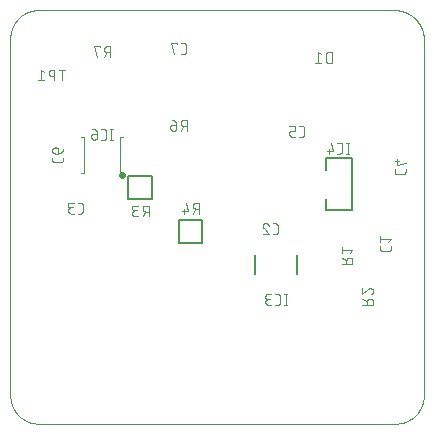
<source format=gbo>
G04 EAGLE Gerber RS-274X export*
G75*
%MOMM*%
%FSLAX35Y35*%
%LPD*%
%INsilk_bottom*%
%IPPOS*%
%AMOC8*
5,1,8,0,0,1.08239X$1,22.5*%
G01*
%ADD10C,0.000000*%
%ADD11C,0.076200*%
%ADD12C,0.101600*%
%ADD13C,0.300000*%
%ADD14C,0.127000*%


D10*
X250000Y0D02*
X3250000Y0D01*
X3500000Y225000D02*
X3500000Y3275000D01*
X3225000Y3500000D02*
X250000Y3500000D01*
X0Y3275000D02*
X0Y225000D01*
X0Y3275000D02*
X371Y3280735D01*
X881Y3286460D01*
X1529Y3292170D01*
X2315Y3297864D01*
X3238Y3303536D01*
X4298Y3309185D01*
X5494Y3314806D01*
X6826Y3320397D01*
X8292Y3325954D01*
X9892Y3331474D01*
X11626Y3336954D01*
X13491Y3342390D01*
X15487Y3347780D01*
X17612Y3353120D01*
X19866Y3358406D01*
X22247Y3363637D01*
X24754Y3368809D01*
X27385Y3373919D01*
X30138Y3378963D01*
X33013Y3383940D01*
X36007Y3388846D01*
X39119Y3393678D01*
X42347Y3398433D01*
X45688Y3403109D01*
X49142Y3407703D01*
X52706Y3412212D01*
X56377Y3416633D01*
X60154Y3420965D01*
X64035Y3425204D01*
X68018Y3429348D01*
X72099Y3433395D01*
X76276Y3437342D01*
X80548Y3441186D01*
X84912Y3444927D01*
X89365Y3448561D01*
X93904Y3452086D01*
X98527Y3455500D01*
X103231Y3458802D01*
X108014Y3461989D01*
X112872Y3465060D01*
X117803Y3468012D01*
X122804Y3470844D01*
X127872Y3473555D01*
X133003Y3476142D01*
X138196Y3478605D01*
X143447Y3480942D01*
X148753Y3483150D01*
X154111Y3485230D01*
X159517Y3487180D01*
X164969Y3488999D01*
X170463Y3490686D01*
X175997Y3492239D01*
X181566Y3493658D01*
X187168Y3494942D01*
X192799Y3496090D01*
X198457Y3497102D01*
X204137Y3497977D01*
X209837Y3498715D01*
X215553Y3499314D01*
X221281Y3499775D01*
X227020Y3500098D01*
X232764Y3500282D01*
X238511Y3500327D01*
X244257Y3500233D01*
X250000Y3500000D01*
X3225000Y3500000D02*
X3231143Y3500538D01*
X3237297Y3500926D01*
X3243459Y3501162D01*
X3249625Y3501247D01*
X3255791Y3501180D01*
X3261953Y3500962D01*
X3268109Y3500594D01*
X3274253Y3500074D01*
X3280383Y3499403D01*
X3286494Y3498582D01*
X3292584Y3497612D01*
X3298648Y3496492D01*
X3304682Y3495224D01*
X3310684Y3493808D01*
X3316649Y3492246D01*
X3322574Y3490537D01*
X3328455Y3488684D01*
X3334289Y3486686D01*
X3340072Y3484546D01*
X3345801Y3482265D01*
X3351472Y3479844D01*
X3357083Y3477285D01*
X3362628Y3474588D01*
X3368106Y3471757D01*
X3373512Y3468792D01*
X3378845Y3465694D01*
X3384099Y3462467D01*
X3389273Y3459113D01*
X3394363Y3455632D01*
X3399366Y3452027D01*
X3404279Y3448300D01*
X3409099Y3444454D01*
X3413823Y3440491D01*
X3418449Y3436414D01*
X3422973Y3432224D01*
X3427393Y3427924D01*
X3431706Y3423517D01*
X3435909Y3419005D01*
X3440001Y3414392D01*
X3443978Y3409679D01*
X3447839Y3404871D01*
X3451580Y3399969D01*
X3455199Y3394977D01*
X3458695Y3389897D01*
X3462066Y3384733D01*
X3465309Y3379489D01*
X3468422Y3374166D01*
X3471403Y3368768D01*
X3474251Y3363299D01*
X3476964Y3357761D01*
X3479540Y3352159D01*
X3481978Y3346495D01*
X3484276Y3340773D01*
X3486433Y3334996D01*
X3488448Y3329168D01*
X3490319Y3323292D01*
X3492045Y3317372D01*
X3493626Y3311412D01*
X3495060Y3305415D01*
X3496346Y3299384D01*
X3497484Y3293323D01*
X3498472Y3287237D01*
X3499311Y3281128D01*
X3500000Y3275000D01*
X3500000Y225000D02*
X3499629Y219265D01*
X3499119Y213540D01*
X3498471Y207830D01*
X3497685Y202136D01*
X3496762Y196464D01*
X3495702Y190815D01*
X3494506Y185194D01*
X3493174Y179603D01*
X3491708Y174046D01*
X3490108Y168526D01*
X3488374Y163046D01*
X3486509Y157610D01*
X3484513Y152220D01*
X3482388Y146880D01*
X3480134Y141594D01*
X3477753Y136363D01*
X3475246Y131191D01*
X3472615Y126081D01*
X3469862Y121037D01*
X3466987Y116060D01*
X3463993Y111154D01*
X3460881Y106322D01*
X3457653Y101567D01*
X3454312Y96891D01*
X3450858Y92297D01*
X3447294Y87788D01*
X3443623Y83367D01*
X3439846Y79035D01*
X3435965Y74796D01*
X3431982Y70652D01*
X3427901Y66605D01*
X3423724Y62658D01*
X3419452Y58814D01*
X3415088Y55073D01*
X3410635Y51439D01*
X3406096Y47914D01*
X3401473Y44500D01*
X3396769Y41198D01*
X3391986Y38011D01*
X3387128Y34940D01*
X3382197Y31988D01*
X3377196Y29156D01*
X3372128Y26445D01*
X3366997Y23858D01*
X3361804Y21395D01*
X3356553Y19058D01*
X3351247Y16850D01*
X3345889Y14770D01*
X3340483Y12820D01*
X3335031Y11001D01*
X3329537Y9314D01*
X3324003Y7761D01*
X3318434Y6342D01*
X3312832Y5058D01*
X3307201Y3910D01*
X3301543Y2898D01*
X3295863Y2023D01*
X3290163Y1285D01*
X3284447Y686D01*
X3278719Y225D01*
X3272980Y-98D01*
X3267236Y-282D01*
X3261489Y-327D01*
X3255743Y-233D01*
X3250000Y0D01*
X250000Y0D02*
X244257Y-233D01*
X238511Y-327D01*
X232764Y-282D01*
X227020Y-98D01*
X221281Y225D01*
X215553Y686D01*
X209837Y1285D01*
X204137Y2023D01*
X198457Y2898D01*
X192799Y3910D01*
X187168Y5058D01*
X181566Y6342D01*
X175997Y7761D01*
X170463Y9314D01*
X164969Y11001D01*
X159517Y12820D01*
X154111Y14770D01*
X148753Y16850D01*
X143447Y19058D01*
X138196Y21395D01*
X133003Y23858D01*
X127872Y26445D01*
X122804Y29156D01*
X117803Y31988D01*
X112872Y34940D01*
X108014Y38011D01*
X103231Y41198D01*
X98527Y44500D01*
X93904Y47914D01*
X89365Y51439D01*
X84912Y55073D01*
X80548Y58814D01*
X76276Y62658D01*
X72099Y66605D01*
X68018Y70652D01*
X64035Y74796D01*
X60154Y79035D01*
X56377Y83367D01*
X52706Y87788D01*
X49142Y92297D01*
X45688Y96891D01*
X42347Y101567D01*
X39119Y106322D01*
X36007Y111154D01*
X33013Y116060D01*
X30138Y121037D01*
X27385Y126081D01*
X24754Y131191D01*
X22247Y136363D01*
X19866Y141594D01*
X17612Y146880D01*
X15487Y152220D01*
X13491Y157610D01*
X11626Y163046D01*
X9892Y168526D01*
X8292Y174046D01*
X6826Y179603D01*
X5494Y185194D01*
X4298Y190815D01*
X3238Y196464D01*
X2315Y202136D01*
X1529Y207830D01*
X881Y213540D01*
X371Y219265D01*
X0Y225000D01*
X3225000Y3500000D02*
X3231143Y3500538D01*
X3237297Y3500926D01*
X3243459Y3501162D01*
X3249625Y3501247D01*
X3255791Y3501180D01*
X3261953Y3500962D01*
X3268109Y3500594D01*
X3274253Y3500074D01*
X3280383Y3499403D01*
X3286494Y3498582D01*
X3292584Y3497612D01*
X3298648Y3496492D01*
X3304682Y3495224D01*
X3310684Y3493808D01*
X3316649Y3492246D01*
X3322574Y3490537D01*
X3328455Y3488684D01*
X3334289Y3486686D01*
X3340072Y3484546D01*
X3345801Y3482265D01*
X3351472Y3479844D01*
X3357083Y3477285D01*
X3362628Y3474588D01*
X3368106Y3471757D01*
X3373512Y3468792D01*
X3378845Y3465694D01*
X3384099Y3462467D01*
X3389273Y3459113D01*
X3394363Y3455632D01*
X3399366Y3452027D01*
X3404279Y3448300D01*
X3409099Y3444454D01*
X3413823Y3440491D01*
X3418449Y3436414D01*
X3422973Y3432224D01*
X3427393Y3427924D01*
X3431706Y3423517D01*
X3435909Y3419005D01*
X3440001Y3414392D01*
X3443978Y3409679D01*
X3447839Y3404871D01*
X3451580Y3399969D01*
X3455199Y3394977D01*
X3458695Y3389897D01*
X3462066Y3384733D01*
X3465309Y3379489D01*
X3468422Y3374166D01*
X3471403Y3368768D01*
X3474251Y3363299D01*
X3476964Y3357761D01*
X3479540Y3352159D01*
X3481978Y3346495D01*
X3484276Y3340773D01*
X3486433Y3334996D01*
X3488448Y3329168D01*
X3490319Y3323292D01*
X3492045Y3317372D01*
X3493626Y3311412D01*
X3495060Y3305415D01*
X3496346Y3299384D01*
X3497484Y3293323D01*
X3498472Y3287237D01*
X3499311Y3281128D01*
X3500000Y3275000D01*
X3500000Y225000D02*
X3499629Y219265D01*
X3499119Y213540D01*
X3498471Y207830D01*
X3497685Y202136D01*
X3496762Y196464D01*
X3495702Y190815D01*
X3494506Y185194D01*
X3493174Y179603D01*
X3491708Y174046D01*
X3490108Y168526D01*
X3488374Y163046D01*
X3486509Y157610D01*
X3484513Y152220D01*
X3482388Y146880D01*
X3480134Y141594D01*
X3477753Y136363D01*
X3475246Y131191D01*
X3472615Y126081D01*
X3469862Y121037D01*
X3466987Y116060D01*
X3463993Y111154D01*
X3460881Y106322D01*
X3457653Y101567D01*
X3454312Y96891D01*
X3450858Y92297D01*
X3447294Y87788D01*
X3443623Y83367D01*
X3439846Y79035D01*
X3435965Y74796D01*
X3431982Y70652D01*
X3427901Y66605D01*
X3423724Y62658D01*
X3419452Y58814D01*
X3415088Y55073D01*
X3410635Y51439D01*
X3406096Y47914D01*
X3401473Y44500D01*
X3396769Y41198D01*
X3391986Y38011D01*
X3387128Y34940D01*
X3382197Y31988D01*
X3377196Y29156D01*
X3372128Y26445D01*
X3366997Y23858D01*
X3361804Y21395D01*
X3356553Y19058D01*
X3351247Y16850D01*
X3345889Y14770D01*
X3340483Y12820D01*
X3335031Y11001D01*
X3329537Y9314D01*
X3324003Y7761D01*
X3318434Y6342D01*
X3312832Y5058D01*
X3307201Y3910D01*
X3301543Y2898D01*
X3295863Y2023D01*
X3290163Y1285D01*
X3284447Y686D01*
X3278719Y225D01*
X3272980Y-98D01*
X3267236Y-282D01*
X3261489Y-327D01*
X3255743Y-233D01*
X3250000Y0D01*
X250000Y0D02*
X244257Y-233D01*
X238511Y-327D01*
X232764Y-282D01*
X227020Y-98D01*
X221281Y225D01*
X215553Y686D01*
X209837Y1285D01*
X204137Y2023D01*
X198457Y2898D01*
X192799Y3910D01*
X187168Y5058D01*
X181566Y6342D01*
X175997Y7761D01*
X170463Y9314D01*
X164969Y11001D01*
X159517Y12820D01*
X154111Y14770D01*
X148753Y16850D01*
X143447Y19058D01*
X138196Y21395D01*
X133003Y23858D01*
X127872Y26445D01*
X122804Y29156D01*
X117803Y31988D01*
X112872Y34940D01*
X108014Y38011D01*
X103231Y41198D01*
X98527Y44500D01*
X93904Y47914D01*
X89365Y51439D01*
X84912Y55073D01*
X80548Y58814D01*
X76276Y62658D01*
X72099Y66605D01*
X68018Y70652D01*
X64035Y74796D01*
X60154Y79035D01*
X56377Y83367D01*
X52706Y87788D01*
X49142Y92297D01*
X45688Y96891D01*
X42347Y101567D01*
X39119Y106322D01*
X36007Y111154D01*
X33013Y116060D01*
X30138Y121037D01*
X27385Y126081D01*
X24754Y131191D01*
X22247Y136363D01*
X19866Y141594D01*
X17612Y146880D01*
X15487Y152220D01*
X13491Y157610D01*
X11626Y163046D01*
X9892Y168526D01*
X8292Y174046D01*
X6826Y179603D01*
X5494Y185194D01*
X4298Y190815D01*
X3238Y196464D01*
X2315Y202136D01*
X1529Y207830D01*
X881Y213540D01*
X371Y219265D01*
X0Y225000D01*
D11*
X1447231Y3128810D02*
X1467760Y3128810D01*
X1468256Y3128816D01*
X1468752Y3128834D01*
X1469247Y3128864D01*
X1469741Y3128906D01*
X1470234Y3128960D01*
X1470726Y3129025D01*
X1471216Y3129103D01*
X1471704Y3129192D01*
X1472190Y3129294D01*
X1472673Y3129407D01*
X1473153Y3129531D01*
X1473630Y3129667D01*
X1474104Y3129815D01*
X1474574Y3129974D01*
X1475040Y3130144D01*
X1475501Y3130326D01*
X1475959Y3130518D01*
X1476411Y3130722D01*
X1476858Y3130936D01*
X1477300Y3131161D01*
X1477737Y3131397D01*
X1478167Y3131644D01*
X1478592Y3131900D01*
X1479010Y3132167D01*
X1479422Y3132444D01*
X1479827Y3132731D01*
X1480224Y3133027D01*
X1480615Y3133333D01*
X1480998Y3133648D01*
X1481373Y3133973D01*
X1481741Y3134306D01*
X1482100Y3134648D01*
X1482451Y3134999D01*
X1482793Y3135358D01*
X1483126Y3135726D01*
X1483451Y3136101D01*
X1483766Y3136484D01*
X1484072Y3136875D01*
X1484368Y3137272D01*
X1484655Y3137677D01*
X1484932Y3138089D01*
X1485199Y3138507D01*
X1485455Y3138932D01*
X1485702Y3139362D01*
X1485938Y3139799D01*
X1486163Y3140241D01*
X1486377Y3140688D01*
X1486581Y3141140D01*
X1486773Y3141598D01*
X1486955Y3142059D01*
X1487125Y3142525D01*
X1487284Y3142995D01*
X1487432Y3143469D01*
X1487568Y3143946D01*
X1487692Y3144426D01*
X1487805Y3144909D01*
X1487907Y3145395D01*
X1487996Y3145883D01*
X1488074Y3146373D01*
X1488139Y3146865D01*
X1488193Y3147358D01*
X1488235Y3147852D01*
X1488265Y3148347D01*
X1488283Y3148843D01*
X1488289Y3149339D01*
X1488288Y3149339D02*
X1488288Y3200661D01*
X1488289Y3200661D02*
X1488283Y3201157D01*
X1488265Y3201653D01*
X1488235Y3202148D01*
X1488193Y3202642D01*
X1488139Y3203135D01*
X1488074Y3203627D01*
X1487996Y3204117D01*
X1487907Y3204605D01*
X1487805Y3205091D01*
X1487692Y3205574D01*
X1487568Y3206054D01*
X1487432Y3206531D01*
X1487284Y3207005D01*
X1487125Y3207475D01*
X1486955Y3207941D01*
X1486773Y3208402D01*
X1486581Y3208860D01*
X1486377Y3209312D01*
X1486163Y3209759D01*
X1485938Y3210201D01*
X1485702Y3210638D01*
X1485455Y3211068D01*
X1485199Y3211493D01*
X1484932Y3211911D01*
X1484655Y3212323D01*
X1484368Y3212728D01*
X1484072Y3213125D01*
X1483766Y3213516D01*
X1483451Y3213899D01*
X1483126Y3214274D01*
X1482793Y3214642D01*
X1482451Y3215001D01*
X1482100Y3215352D01*
X1481741Y3215694D01*
X1481373Y3216027D01*
X1480998Y3216352D01*
X1480615Y3216667D01*
X1480224Y3216973D01*
X1479827Y3217269D01*
X1479422Y3217556D01*
X1479010Y3217833D01*
X1478592Y3218100D01*
X1478167Y3218356D01*
X1477737Y3218603D01*
X1477300Y3218839D01*
X1476858Y3219064D01*
X1476411Y3219278D01*
X1475959Y3219482D01*
X1475501Y3219674D01*
X1475040Y3219856D01*
X1474574Y3220026D01*
X1474104Y3220185D01*
X1473630Y3220333D01*
X1473153Y3220469D01*
X1472673Y3220593D01*
X1472190Y3220706D01*
X1471704Y3220808D01*
X1471216Y3220897D01*
X1470726Y3220975D01*
X1470234Y3221040D01*
X1469741Y3221094D01*
X1469247Y3221136D01*
X1468752Y3221166D01*
X1468256Y3221184D01*
X1467760Y3221190D01*
X1447231Y3221190D01*
X1413034Y3221190D02*
X1413034Y3210925D01*
X1413034Y3221190D02*
X1361712Y3221190D01*
X1387373Y3128810D01*
X353810Y2252769D02*
X353810Y2232240D01*
X353816Y2231744D01*
X353834Y2231248D01*
X353864Y2230753D01*
X353906Y2230259D01*
X353960Y2229766D01*
X354025Y2229274D01*
X354103Y2228784D01*
X354192Y2228296D01*
X354294Y2227810D01*
X354407Y2227327D01*
X354531Y2226847D01*
X354667Y2226370D01*
X354815Y2225896D01*
X354974Y2225426D01*
X355144Y2224960D01*
X355326Y2224499D01*
X355518Y2224041D01*
X355722Y2223589D01*
X355936Y2223142D01*
X356161Y2222700D01*
X356397Y2222263D01*
X356644Y2221833D01*
X356900Y2221408D01*
X357167Y2220990D01*
X357444Y2220578D01*
X357731Y2220173D01*
X358027Y2219776D01*
X358333Y2219385D01*
X358648Y2219002D01*
X358973Y2218627D01*
X359306Y2218259D01*
X359648Y2217900D01*
X359999Y2217549D01*
X360358Y2217207D01*
X360726Y2216874D01*
X361101Y2216549D01*
X361484Y2216234D01*
X361875Y2215928D01*
X362272Y2215632D01*
X362677Y2215345D01*
X363089Y2215068D01*
X363507Y2214801D01*
X363932Y2214545D01*
X364362Y2214298D01*
X364799Y2214062D01*
X365241Y2213837D01*
X365688Y2213623D01*
X366140Y2213419D01*
X366598Y2213227D01*
X367059Y2213045D01*
X367525Y2212875D01*
X367995Y2212716D01*
X368469Y2212568D01*
X368946Y2212432D01*
X369426Y2212308D01*
X369909Y2212195D01*
X370395Y2212093D01*
X370883Y2212004D01*
X371373Y2211926D01*
X371865Y2211861D01*
X372358Y2211807D01*
X372852Y2211765D01*
X373347Y2211735D01*
X373843Y2211717D01*
X374339Y2211711D01*
X374339Y2211712D02*
X425661Y2211712D01*
X426165Y2211718D01*
X426668Y2211737D01*
X427171Y2211768D01*
X427673Y2211811D01*
X428174Y2211866D01*
X428673Y2211934D01*
X429171Y2212014D01*
X429666Y2212106D01*
X430159Y2212211D01*
X430649Y2212327D01*
X431136Y2212456D01*
X431620Y2212596D01*
X432101Y2212748D01*
X432577Y2212912D01*
X433049Y2213088D01*
X433517Y2213275D01*
X433980Y2213473D01*
X434438Y2213683D01*
X434891Y2213904D01*
X435338Y2214136D01*
X435780Y2214379D01*
X436215Y2214633D01*
X436644Y2214897D01*
X437066Y2215172D01*
X437482Y2215457D01*
X437890Y2215752D01*
X438291Y2216057D01*
X438684Y2216372D01*
X439070Y2216696D01*
X439447Y2217030D01*
X439816Y2217373D01*
X440177Y2217725D01*
X440529Y2218085D01*
X440872Y2218454D01*
X441206Y2218832D01*
X441530Y2219217D01*
X441845Y2219611D01*
X442150Y2220012D01*
X442445Y2220420D01*
X442730Y2220836D01*
X443005Y2221258D01*
X443269Y2221687D01*
X443523Y2222122D01*
X443766Y2222564D01*
X443998Y2223011D01*
X444219Y2223464D01*
X444429Y2223922D01*
X444627Y2224385D01*
X444814Y2224852D01*
X444990Y2225325D01*
X445154Y2225801D01*
X445306Y2226282D01*
X445446Y2226765D01*
X445575Y2227253D01*
X445691Y2227743D01*
X445795Y2228236D01*
X445888Y2228731D01*
X445968Y2229228D01*
X446036Y2229728D01*
X446091Y2230229D01*
X446134Y2230730D01*
X446165Y2231233D01*
X446184Y2231737D01*
X446190Y2232241D01*
X446190Y2232240D02*
X446190Y2252769D01*
X405132Y2286966D02*
X405132Y2317759D01*
X405126Y2318255D01*
X405108Y2318751D01*
X405078Y2319246D01*
X405036Y2319740D01*
X404982Y2320233D01*
X404917Y2320725D01*
X404839Y2321215D01*
X404750Y2321703D01*
X404648Y2322189D01*
X404535Y2322672D01*
X404411Y2323152D01*
X404275Y2323629D01*
X404127Y2324103D01*
X403968Y2324573D01*
X403798Y2325039D01*
X403616Y2325500D01*
X403424Y2325958D01*
X403220Y2326410D01*
X403006Y2326857D01*
X402781Y2327299D01*
X402545Y2327736D01*
X402298Y2328166D01*
X402042Y2328591D01*
X401775Y2329009D01*
X401498Y2329421D01*
X401211Y2329826D01*
X400915Y2330223D01*
X400609Y2330614D01*
X400294Y2330997D01*
X399969Y2331372D01*
X399636Y2331740D01*
X399294Y2332099D01*
X398943Y2332450D01*
X398584Y2332792D01*
X398216Y2333125D01*
X397841Y2333450D01*
X397458Y2333765D01*
X397067Y2334071D01*
X396670Y2334367D01*
X396265Y2334654D01*
X395853Y2334931D01*
X395435Y2335198D01*
X395010Y2335454D01*
X394580Y2335701D01*
X394143Y2335937D01*
X393701Y2336162D01*
X393254Y2336376D01*
X392802Y2336580D01*
X392344Y2336772D01*
X391883Y2336954D01*
X391417Y2337124D01*
X390947Y2337283D01*
X390473Y2337431D01*
X389996Y2337567D01*
X389516Y2337691D01*
X389033Y2337804D01*
X388547Y2337906D01*
X388059Y2337995D01*
X387569Y2338073D01*
X387077Y2338138D01*
X386584Y2338192D01*
X386090Y2338234D01*
X385595Y2338264D01*
X385099Y2338282D01*
X384603Y2338288D01*
X379471Y2338288D01*
X378846Y2338280D01*
X378222Y2338258D01*
X377598Y2338220D01*
X376975Y2338166D01*
X376354Y2338098D01*
X375735Y2338015D01*
X375118Y2337916D01*
X374503Y2337803D01*
X373892Y2337674D01*
X373283Y2337531D01*
X372679Y2337373D01*
X372078Y2337200D01*
X371482Y2337013D01*
X370890Y2336811D01*
X370304Y2336595D01*
X369723Y2336364D01*
X369148Y2336120D01*
X368579Y2335862D01*
X368016Y2335590D01*
X367461Y2335304D01*
X366912Y2335005D01*
X366371Y2334692D01*
X365837Y2334367D01*
X365312Y2334028D01*
X364795Y2333677D01*
X364287Y2333313D01*
X363788Y2332938D01*
X363298Y2332550D01*
X362817Y2332150D01*
X362347Y2331739D01*
X361887Y2331316D01*
X361437Y2330882D01*
X360998Y2330438D01*
X360569Y2329983D01*
X360152Y2329517D01*
X359747Y2329042D01*
X359353Y2328556D01*
X358971Y2328062D01*
X358601Y2327558D01*
X358244Y2327045D01*
X357899Y2326524D01*
X357567Y2325995D01*
X357248Y2325458D01*
X356942Y2324913D01*
X356650Y2324360D01*
X356371Y2323801D01*
X356105Y2323235D01*
X355854Y2322663D01*
X355617Y2322085D01*
X355393Y2321501D01*
X355184Y2320912D01*
X354990Y2320319D01*
X354810Y2319720D01*
X354644Y2319118D01*
X354494Y2318511D01*
X354358Y2317901D01*
X354237Y2317288D01*
X354131Y2316672D01*
X354040Y2316054D01*
X353964Y2315434D01*
X353903Y2314812D01*
X353858Y2314188D01*
X353827Y2313564D01*
X353812Y2312939D01*
X353812Y2312315D01*
X353827Y2311690D01*
X353858Y2311066D01*
X353903Y2310442D01*
X353964Y2309820D01*
X354040Y2309200D01*
X354131Y2308582D01*
X354237Y2307966D01*
X354358Y2307353D01*
X354494Y2306743D01*
X354644Y2306136D01*
X354810Y2305534D01*
X354990Y2304935D01*
X355184Y2304342D01*
X355393Y2303753D01*
X355617Y2303169D01*
X355854Y2302591D01*
X356105Y2302019D01*
X356371Y2301453D01*
X356650Y2300894D01*
X356942Y2300341D01*
X357248Y2299797D01*
X357567Y2299259D01*
X357899Y2298730D01*
X358244Y2298209D01*
X358601Y2297696D01*
X358971Y2297192D01*
X359353Y2296698D01*
X359747Y2296212D01*
X360152Y2295737D01*
X360569Y2295271D01*
X360998Y2294816D01*
X361437Y2294372D01*
X361887Y2293938D01*
X362347Y2293515D01*
X362817Y2293104D01*
X363298Y2292704D01*
X363788Y2292316D01*
X364287Y2291941D01*
X364795Y2291577D01*
X365312Y2291226D01*
X365837Y2290887D01*
X366371Y2290562D01*
X366912Y2290249D01*
X367461Y2289950D01*
X368016Y2289664D01*
X368579Y2289392D01*
X369148Y2289134D01*
X369723Y2288890D01*
X370304Y2288659D01*
X370890Y2288443D01*
X371482Y2288241D01*
X372078Y2288054D01*
X372679Y2287881D01*
X373283Y2287723D01*
X373892Y2287580D01*
X374503Y2287451D01*
X375118Y2287338D01*
X375735Y2287239D01*
X376354Y2287156D01*
X376975Y2287088D01*
X377598Y2287034D01*
X378222Y2286996D01*
X378846Y2286974D01*
X379471Y2286966D01*
X405132Y2286966D01*
X406140Y2286978D01*
X407147Y2287015D01*
X408152Y2287077D01*
X409156Y2287164D01*
X410158Y2287275D01*
X411156Y2287410D01*
X412151Y2287570D01*
X413142Y2287755D01*
X414128Y2287964D01*
X415108Y2288196D01*
X416083Y2288453D01*
X417050Y2288734D01*
X418011Y2289038D01*
X418964Y2289366D01*
X419909Y2289717D01*
X420844Y2290091D01*
X421770Y2290488D01*
X422686Y2290908D01*
X423592Y2291350D01*
X424487Y2291814D01*
X425369Y2292300D01*
X426240Y2292807D01*
X427098Y2293336D01*
X427943Y2293885D01*
X428773Y2294456D01*
X429590Y2295046D01*
X430392Y2295656D01*
X431179Y2296286D01*
X431950Y2296934D01*
X432705Y2297602D01*
X433443Y2298288D01*
X434164Y2298991D01*
X434868Y2299713D01*
X435554Y2300451D01*
X436221Y2301206D01*
X436870Y2301977D01*
X437500Y2302764D01*
X438110Y2303566D01*
X438700Y2304382D01*
X439270Y2305213D01*
X439820Y2306058D01*
X440349Y2306916D01*
X440856Y2307786D01*
X441342Y2308669D01*
X441806Y2309564D01*
X442248Y2310469D01*
X442668Y2311385D01*
X443065Y2312312D01*
X443439Y2313247D01*
X443790Y2314192D01*
X444118Y2315145D01*
X444422Y2316105D01*
X444703Y2317073D01*
X444959Y2318047D01*
X445192Y2319028D01*
X445401Y2320014D01*
X445585Y2321004D01*
X445746Y2321999D01*
X445881Y2322998D01*
X445992Y2323999D01*
X446079Y2325003D01*
X446141Y2326009D01*
X446178Y2327016D01*
X446190Y2328024D01*
X2222231Y1603810D02*
X2242760Y1603810D01*
X2243256Y1603816D01*
X2243752Y1603834D01*
X2244247Y1603864D01*
X2244741Y1603906D01*
X2245234Y1603960D01*
X2245726Y1604025D01*
X2246216Y1604103D01*
X2246704Y1604192D01*
X2247190Y1604294D01*
X2247673Y1604407D01*
X2248153Y1604531D01*
X2248630Y1604667D01*
X2249104Y1604815D01*
X2249574Y1604974D01*
X2250040Y1605144D01*
X2250501Y1605326D01*
X2250959Y1605518D01*
X2251411Y1605722D01*
X2251858Y1605936D01*
X2252300Y1606161D01*
X2252737Y1606397D01*
X2253167Y1606644D01*
X2253592Y1606900D01*
X2254010Y1607167D01*
X2254422Y1607444D01*
X2254827Y1607731D01*
X2255224Y1608027D01*
X2255615Y1608333D01*
X2255998Y1608648D01*
X2256373Y1608973D01*
X2256741Y1609306D01*
X2257100Y1609648D01*
X2257451Y1609999D01*
X2257793Y1610358D01*
X2258126Y1610726D01*
X2258451Y1611101D01*
X2258766Y1611484D01*
X2259072Y1611875D01*
X2259368Y1612272D01*
X2259655Y1612677D01*
X2259932Y1613089D01*
X2260199Y1613507D01*
X2260455Y1613932D01*
X2260702Y1614362D01*
X2260938Y1614799D01*
X2261163Y1615241D01*
X2261377Y1615688D01*
X2261581Y1616140D01*
X2261773Y1616598D01*
X2261955Y1617059D01*
X2262125Y1617525D01*
X2262284Y1617995D01*
X2262432Y1618469D01*
X2262568Y1618946D01*
X2262692Y1619426D01*
X2262805Y1619909D01*
X2262907Y1620395D01*
X2262996Y1620883D01*
X2263074Y1621373D01*
X2263139Y1621865D01*
X2263193Y1622358D01*
X2263235Y1622852D01*
X2263265Y1623347D01*
X2263283Y1623843D01*
X2263289Y1624339D01*
X2263288Y1624339D02*
X2263288Y1675661D01*
X2263289Y1675661D02*
X2263283Y1676157D01*
X2263265Y1676653D01*
X2263235Y1677148D01*
X2263193Y1677642D01*
X2263139Y1678135D01*
X2263074Y1678627D01*
X2262996Y1679117D01*
X2262907Y1679605D01*
X2262805Y1680091D01*
X2262692Y1680574D01*
X2262568Y1681054D01*
X2262432Y1681531D01*
X2262284Y1682005D01*
X2262125Y1682475D01*
X2261955Y1682941D01*
X2261773Y1683402D01*
X2261581Y1683860D01*
X2261377Y1684312D01*
X2261163Y1684759D01*
X2260938Y1685201D01*
X2260702Y1685638D01*
X2260455Y1686068D01*
X2260199Y1686493D01*
X2259932Y1686911D01*
X2259655Y1687323D01*
X2259368Y1687728D01*
X2259072Y1688125D01*
X2258766Y1688516D01*
X2258451Y1688899D01*
X2258126Y1689274D01*
X2257793Y1689642D01*
X2257451Y1690001D01*
X2257100Y1690352D01*
X2256741Y1690694D01*
X2256373Y1691027D01*
X2255998Y1691352D01*
X2255615Y1691667D01*
X2255224Y1691973D01*
X2254827Y1692269D01*
X2254422Y1692556D01*
X2254010Y1692833D01*
X2253592Y1693100D01*
X2253167Y1693356D01*
X2252737Y1693603D01*
X2252300Y1693839D01*
X2251858Y1694064D01*
X2251411Y1694278D01*
X2250959Y1694482D01*
X2250501Y1694674D01*
X2250040Y1694856D01*
X2249574Y1695026D01*
X2249104Y1695185D01*
X2248630Y1695333D01*
X2248153Y1695469D01*
X2247673Y1695593D01*
X2247190Y1695706D01*
X2246704Y1695808D01*
X2246216Y1695897D01*
X2245726Y1695975D01*
X2245234Y1696040D01*
X2244741Y1696094D01*
X2244247Y1696136D01*
X2243752Y1696166D01*
X2243256Y1696184D01*
X2242760Y1696190D01*
X2222231Y1696190D01*
X2159807Y1696190D02*
X2159240Y1696183D01*
X2158673Y1696162D01*
X2158108Y1696127D01*
X2157543Y1696079D01*
X2156980Y1696016D01*
X2156418Y1695940D01*
X2155858Y1695850D01*
X2155301Y1695746D01*
X2154747Y1695629D01*
X2154195Y1695498D01*
X2153647Y1695353D01*
X2153103Y1695195D01*
X2152562Y1695024D01*
X2152026Y1694840D01*
X2151495Y1694642D01*
X2150969Y1694432D01*
X2150448Y1694209D01*
X2149932Y1693973D01*
X2149423Y1693724D01*
X2148920Y1693463D01*
X2148423Y1693190D01*
X2147934Y1692904D01*
X2147451Y1692607D01*
X2146976Y1692298D01*
X2146509Y1691977D01*
X2146049Y1691645D01*
X2145598Y1691302D01*
X2145156Y1690948D01*
X2144722Y1690583D01*
X2144297Y1690207D01*
X2143882Y1689821D01*
X2143476Y1689426D01*
X2143080Y1689020D01*
X2142695Y1688605D01*
X2142319Y1688180D01*
X2141954Y1687746D01*
X2141600Y1687304D01*
X2141257Y1686853D01*
X2140925Y1686393D01*
X2140604Y1685926D01*
X2140295Y1685451D01*
X2139998Y1684968D01*
X2139712Y1684478D01*
X2139439Y1683982D01*
X2139178Y1683479D01*
X2138929Y1682969D01*
X2138693Y1682454D01*
X2138470Y1681933D01*
X2138260Y1681407D01*
X2138062Y1680875D01*
X2137878Y1680339D01*
X2137706Y1679799D01*
X2137549Y1679255D01*
X2137404Y1678707D01*
X2137273Y1678155D01*
X2137156Y1677601D01*
X2137052Y1677043D01*
X2136962Y1676484D01*
X2136886Y1675922D01*
X2136823Y1675359D01*
X2136775Y1674794D01*
X2136740Y1674228D01*
X2136719Y1673662D01*
X2136712Y1673095D01*
X2159807Y1696190D02*
X2160524Y1696181D01*
X2161241Y1696155D01*
X2161958Y1696112D01*
X2162673Y1696051D01*
X2163386Y1695973D01*
X2164097Y1695878D01*
X2164806Y1695766D01*
X2165512Y1695636D01*
X2166214Y1695490D01*
X2166913Y1695327D01*
X2167607Y1695146D01*
X2168297Y1694949D01*
X2168982Y1694736D01*
X2169662Y1694506D01*
X2170336Y1694259D01*
X2171003Y1693996D01*
X2171665Y1693718D01*
X2172319Y1693423D01*
X2172966Y1693112D01*
X2173605Y1692786D01*
X2174236Y1692445D01*
X2174859Y1692089D01*
X2175473Y1691717D01*
X2176078Y1691331D01*
X2176673Y1690930D01*
X2177258Y1690515D01*
X2177833Y1690086D01*
X2178398Y1689643D01*
X2178952Y1689187D01*
X2179494Y1688717D01*
X2180025Y1688235D01*
X2180545Y1687739D01*
X2181052Y1687232D01*
X2181546Y1686712D01*
X2182028Y1686180D01*
X2182497Y1685637D01*
X2182953Y1685083D01*
X2183395Y1684518D01*
X2183823Y1683942D01*
X2184238Y1683356D01*
X2184638Y1682760D01*
X2185023Y1682155D01*
X2185394Y1681541D01*
X2185750Y1680918D01*
X2186090Y1680286D01*
X2186415Y1679646D01*
X2186725Y1678999D01*
X2187019Y1678345D01*
X2187297Y1677683D01*
X2187559Y1677015D01*
X2187804Y1676341D01*
X2188034Y1675661D01*
X2144410Y1655132D02*
X2143974Y1655557D01*
X2143549Y1655993D01*
X2143135Y1656439D01*
X2142732Y1656895D01*
X2142340Y1657361D01*
X2141959Y1657836D01*
X2141591Y1658321D01*
X2141234Y1658814D01*
X2140890Y1659316D01*
X2140558Y1659826D01*
X2140239Y1660345D01*
X2139932Y1660870D01*
X2139639Y1661404D01*
X2139359Y1661944D01*
X2139092Y1662491D01*
X2138838Y1663045D01*
X2138599Y1663604D01*
X2138373Y1664169D01*
X2138161Y1664740D01*
X2137963Y1665315D01*
X2137779Y1665896D01*
X2137609Y1666480D01*
X2137454Y1667069D01*
X2137314Y1667661D01*
X2137187Y1668257D01*
X2137076Y1668855D01*
X2136979Y1669456D01*
X2136897Y1670059D01*
X2136830Y1670664D01*
X2136778Y1671271D01*
X2136741Y1671878D01*
X2136718Y1672486D01*
X2136711Y1673095D01*
X2144410Y1655132D02*
X2188034Y1603810D01*
X2136712Y1603810D01*
X592760Y1778810D02*
X572231Y1778810D01*
X592760Y1778810D02*
X593256Y1778816D01*
X593752Y1778834D01*
X594247Y1778864D01*
X594741Y1778906D01*
X595234Y1778960D01*
X595726Y1779025D01*
X596216Y1779103D01*
X596704Y1779192D01*
X597190Y1779294D01*
X597673Y1779407D01*
X598153Y1779531D01*
X598630Y1779667D01*
X599104Y1779815D01*
X599574Y1779974D01*
X600040Y1780144D01*
X600501Y1780326D01*
X600959Y1780518D01*
X601411Y1780722D01*
X601858Y1780936D01*
X602300Y1781161D01*
X602737Y1781397D01*
X603167Y1781644D01*
X603592Y1781900D01*
X604010Y1782167D01*
X604422Y1782444D01*
X604827Y1782731D01*
X605224Y1783027D01*
X605615Y1783333D01*
X605998Y1783648D01*
X606373Y1783973D01*
X606741Y1784306D01*
X607100Y1784648D01*
X607451Y1784999D01*
X607793Y1785358D01*
X608126Y1785726D01*
X608451Y1786101D01*
X608766Y1786484D01*
X609072Y1786875D01*
X609368Y1787272D01*
X609655Y1787677D01*
X609932Y1788089D01*
X610199Y1788507D01*
X610455Y1788932D01*
X610702Y1789362D01*
X610938Y1789799D01*
X611163Y1790241D01*
X611377Y1790688D01*
X611581Y1791140D01*
X611773Y1791598D01*
X611955Y1792059D01*
X612125Y1792525D01*
X612284Y1792995D01*
X612432Y1793469D01*
X612568Y1793946D01*
X612692Y1794426D01*
X612805Y1794909D01*
X612907Y1795395D01*
X612996Y1795883D01*
X613074Y1796373D01*
X613139Y1796865D01*
X613193Y1797358D01*
X613235Y1797852D01*
X613265Y1798347D01*
X613283Y1798843D01*
X613289Y1799339D01*
X613288Y1799339D02*
X613288Y1850661D01*
X613289Y1850661D02*
X613283Y1851157D01*
X613265Y1851653D01*
X613235Y1852148D01*
X613193Y1852642D01*
X613139Y1853135D01*
X613074Y1853627D01*
X612996Y1854117D01*
X612907Y1854605D01*
X612805Y1855091D01*
X612692Y1855574D01*
X612568Y1856054D01*
X612432Y1856531D01*
X612284Y1857005D01*
X612125Y1857475D01*
X611955Y1857941D01*
X611773Y1858402D01*
X611581Y1858860D01*
X611377Y1859312D01*
X611163Y1859759D01*
X610938Y1860201D01*
X610702Y1860638D01*
X610455Y1861068D01*
X610199Y1861493D01*
X609932Y1861911D01*
X609655Y1862323D01*
X609368Y1862728D01*
X609072Y1863125D01*
X608766Y1863516D01*
X608451Y1863899D01*
X608126Y1864274D01*
X607793Y1864642D01*
X607451Y1865001D01*
X607100Y1865352D01*
X606741Y1865694D01*
X606373Y1866027D01*
X605998Y1866352D01*
X605615Y1866667D01*
X605224Y1866973D01*
X604827Y1867269D01*
X604422Y1867556D01*
X604010Y1867833D01*
X603592Y1868100D01*
X603167Y1868356D01*
X602737Y1868603D01*
X602300Y1868839D01*
X601858Y1869064D01*
X601411Y1869278D01*
X600959Y1869482D01*
X600501Y1869674D01*
X600040Y1869856D01*
X599574Y1870026D01*
X599104Y1870185D01*
X598630Y1870333D01*
X598153Y1870469D01*
X597673Y1870593D01*
X597190Y1870706D01*
X596704Y1870808D01*
X596216Y1870897D01*
X595726Y1870975D01*
X595234Y1871040D01*
X594741Y1871094D01*
X594247Y1871136D01*
X593752Y1871166D01*
X593256Y1871184D01*
X592760Y1871190D01*
X572231Y1871190D01*
X538034Y1778810D02*
X512373Y1778810D01*
X511748Y1778818D01*
X511124Y1778840D01*
X510500Y1778878D01*
X509877Y1778932D01*
X509256Y1779000D01*
X508637Y1779083D01*
X508020Y1779182D01*
X507405Y1779295D01*
X506794Y1779424D01*
X506185Y1779567D01*
X505581Y1779725D01*
X504980Y1779898D01*
X504384Y1780085D01*
X503792Y1780287D01*
X503206Y1780503D01*
X502625Y1780734D01*
X502050Y1780978D01*
X501481Y1781236D01*
X500918Y1781508D01*
X500363Y1781794D01*
X499814Y1782093D01*
X499273Y1782406D01*
X498739Y1782731D01*
X498214Y1783070D01*
X497697Y1783421D01*
X497189Y1783785D01*
X496690Y1784160D01*
X496200Y1784548D01*
X495719Y1784948D01*
X495249Y1785359D01*
X494789Y1785782D01*
X494339Y1786216D01*
X493900Y1786660D01*
X493471Y1787115D01*
X493054Y1787581D01*
X492649Y1788056D01*
X492255Y1788542D01*
X491873Y1789036D01*
X491503Y1789540D01*
X491146Y1790053D01*
X490801Y1790574D01*
X490469Y1791103D01*
X490150Y1791640D01*
X489844Y1792185D01*
X489552Y1792738D01*
X489273Y1793297D01*
X489007Y1793863D01*
X488756Y1794435D01*
X488519Y1795013D01*
X488295Y1795597D01*
X488086Y1796186D01*
X487892Y1796779D01*
X487712Y1797378D01*
X487546Y1797980D01*
X487396Y1798587D01*
X487260Y1799197D01*
X487139Y1799810D01*
X487033Y1800426D01*
X486942Y1801044D01*
X486866Y1801664D01*
X486805Y1802286D01*
X486760Y1802910D01*
X486729Y1803534D01*
X486714Y1804159D01*
X486714Y1804783D01*
X486729Y1805408D01*
X486760Y1806032D01*
X486805Y1806656D01*
X486866Y1807278D01*
X486942Y1807898D01*
X487033Y1808516D01*
X487139Y1809132D01*
X487260Y1809745D01*
X487396Y1810355D01*
X487546Y1810962D01*
X487712Y1811564D01*
X487892Y1812163D01*
X488086Y1812756D01*
X488295Y1813345D01*
X488519Y1813929D01*
X488756Y1814507D01*
X489007Y1815079D01*
X489273Y1815645D01*
X489552Y1816204D01*
X489844Y1816757D01*
X490150Y1817302D01*
X490469Y1817839D01*
X490801Y1818368D01*
X491146Y1818889D01*
X491503Y1819402D01*
X491873Y1819906D01*
X492255Y1820400D01*
X492649Y1820886D01*
X493054Y1821361D01*
X493471Y1821827D01*
X493900Y1822282D01*
X494339Y1822726D01*
X494789Y1823160D01*
X495249Y1823583D01*
X495719Y1823994D01*
X496200Y1824394D01*
X496690Y1824782D01*
X497189Y1825157D01*
X497697Y1825521D01*
X498214Y1825872D01*
X498739Y1826211D01*
X499273Y1826536D01*
X499814Y1826849D01*
X500363Y1827148D01*
X500918Y1827434D01*
X501481Y1827706D01*
X502050Y1827964D01*
X502625Y1828208D01*
X503206Y1828439D01*
X503792Y1828655D01*
X504384Y1828857D01*
X504980Y1829044D01*
X505581Y1829217D01*
X506185Y1829375D01*
X506794Y1829518D01*
X507405Y1829647D01*
X508020Y1829760D01*
X508637Y1829859D01*
X509256Y1829942D01*
X509877Y1830010D01*
X510500Y1830064D01*
X511124Y1830102D01*
X511748Y1830124D01*
X512373Y1830132D01*
X507241Y1871190D02*
X538034Y1871190D01*
X507241Y1871190D02*
X506741Y1871184D01*
X506241Y1871166D01*
X505742Y1871135D01*
X505244Y1871093D01*
X504747Y1871038D01*
X504252Y1870971D01*
X503758Y1870892D01*
X503267Y1870802D01*
X502777Y1870699D01*
X502291Y1870584D01*
X501807Y1870458D01*
X501327Y1870320D01*
X500850Y1870170D01*
X500376Y1870008D01*
X499907Y1869835D01*
X499443Y1869651D01*
X498983Y1869456D01*
X498527Y1869249D01*
X498077Y1869031D01*
X497633Y1868803D01*
X497194Y1868563D01*
X496761Y1868313D01*
X496334Y1868053D01*
X495914Y1867782D01*
X495500Y1867501D01*
X495094Y1867210D01*
X494694Y1866910D01*
X494302Y1866599D01*
X493918Y1866279D01*
X493542Y1865950D01*
X493173Y1865612D01*
X492813Y1865265D01*
X492462Y1864910D01*
X492120Y1864546D01*
X491786Y1864173D01*
X491461Y1863793D01*
X491146Y1863405D01*
X490841Y1863009D01*
X490545Y1862606D01*
X490259Y1862196D01*
X489983Y1861779D01*
X489718Y1861355D01*
X489462Y1860926D01*
X489218Y1860490D01*
X488984Y1860048D01*
X488761Y1859600D01*
X488548Y1859148D01*
X488347Y1858690D01*
X488157Y1858228D01*
X487979Y1857761D01*
X487812Y1857289D01*
X487656Y1856814D01*
X487512Y1856336D01*
X487380Y1855853D01*
X487259Y1855368D01*
X487150Y1854880D01*
X487053Y1854390D01*
X486969Y1853897D01*
X486896Y1853403D01*
X486835Y1852906D01*
X486787Y1852409D01*
X486750Y1851910D01*
X486726Y1851411D01*
X486714Y1850911D01*
X486714Y1850411D01*
X486726Y1849911D01*
X486750Y1849412D01*
X486787Y1848913D01*
X486835Y1848416D01*
X486896Y1847919D01*
X486969Y1847425D01*
X487053Y1846932D01*
X487150Y1846442D01*
X487259Y1845954D01*
X487380Y1845469D01*
X487512Y1844986D01*
X487656Y1844508D01*
X487812Y1844033D01*
X487979Y1843561D01*
X488157Y1843094D01*
X488347Y1842632D01*
X488548Y1842174D01*
X488761Y1841722D01*
X488984Y1841274D01*
X489218Y1840832D01*
X489462Y1840397D01*
X489718Y1839967D01*
X489983Y1839543D01*
X490259Y1839126D01*
X490545Y1838716D01*
X490841Y1838313D01*
X491146Y1837917D01*
X491461Y1837529D01*
X491786Y1837149D01*
X492120Y1836776D01*
X492462Y1836412D01*
X492813Y1836057D01*
X493173Y1835710D01*
X493542Y1835372D01*
X493918Y1835043D01*
X494302Y1834723D01*
X494694Y1834412D01*
X495094Y1834112D01*
X495500Y1833821D01*
X495914Y1833540D01*
X496334Y1833269D01*
X496761Y1833009D01*
X497194Y1832759D01*
X497633Y1832519D01*
X498077Y1832291D01*
X498527Y1832073D01*
X498983Y1831866D01*
X499443Y1831671D01*
X499907Y1831487D01*
X500376Y1831314D01*
X500850Y1831152D01*
X501327Y1831002D01*
X501807Y1830864D01*
X502291Y1830738D01*
X502777Y1830623D01*
X503267Y1830520D01*
X503758Y1830430D01*
X504252Y1830351D01*
X504747Y1830284D01*
X505244Y1830229D01*
X505742Y1830187D01*
X506241Y1830156D01*
X506741Y1830138D01*
X507241Y1830132D01*
X527769Y1830132D01*
X2722161Y3053810D02*
X2722161Y3146190D01*
X2696500Y3146190D01*
X2695880Y3146183D01*
X2695260Y3146160D01*
X2694641Y3146123D01*
X2694023Y3146070D01*
X2693407Y3146003D01*
X2692792Y3145921D01*
X2692180Y3145824D01*
X2691570Y3145712D01*
X2690963Y3145585D01*
X2690359Y3145444D01*
X2689759Y3145289D01*
X2689162Y3145119D01*
X2688570Y3144934D01*
X2687983Y3144735D01*
X2687400Y3144522D01*
X2686823Y3144296D01*
X2686252Y3144055D01*
X2685686Y3143800D01*
X2685127Y3143532D01*
X2684575Y3143251D01*
X2684029Y3142956D01*
X2683491Y3142648D01*
X2682960Y3142327D01*
X2682437Y3141994D01*
X2681923Y3141648D01*
X2681417Y3141289D01*
X2680920Y3140919D01*
X2680431Y3140536D01*
X2679953Y3140142D01*
X2679484Y3139737D01*
X2679024Y3139320D01*
X2678575Y3138892D01*
X2678137Y3138454D01*
X2677709Y3138005D01*
X2677292Y3137545D01*
X2676887Y3137076D01*
X2676493Y3136598D01*
X2676110Y3136109D01*
X2675740Y3135612D01*
X2675381Y3135106D01*
X2675035Y3134592D01*
X2674702Y3134069D01*
X2674381Y3133538D01*
X2674073Y3133000D01*
X2673778Y3132454D01*
X2673497Y3131902D01*
X2673229Y3131343D01*
X2672974Y3130777D01*
X2672733Y3130206D01*
X2672507Y3129629D01*
X2672294Y3129046D01*
X2672095Y3128459D01*
X2671910Y3127867D01*
X2671740Y3127270D01*
X2671585Y3126670D01*
X2671444Y3126066D01*
X2671317Y3125459D01*
X2671205Y3124849D01*
X2671108Y3124237D01*
X2671026Y3123622D01*
X2670959Y3123006D01*
X2670906Y3122388D01*
X2670869Y3121769D01*
X2670846Y3121149D01*
X2670839Y3120529D01*
X2670839Y3079471D01*
X2670846Y3078851D01*
X2670869Y3078231D01*
X2670906Y3077612D01*
X2670959Y3076994D01*
X2671026Y3076378D01*
X2671108Y3075763D01*
X2671205Y3075151D01*
X2671317Y3074541D01*
X2671444Y3073934D01*
X2671585Y3073330D01*
X2671740Y3072730D01*
X2671910Y3072133D01*
X2672095Y3071541D01*
X2672294Y3070954D01*
X2672507Y3070371D01*
X2672733Y3069794D01*
X2672974Y3069223D01*
X2673229Y3068657D01*
X2673497Y3068098D01*
X2673778Y3067546D01*
X2674073Y3067000D01*
X2674381Y3066462D01*
X2674702Y3065931D01*
X2675035Y3065408D01*
X2675381Y3064894D01*
X2675740Y3064388D01*
X2676110Y3063891D01*
X2676493Y3063402D01*
X2676887Y3062924D01*
X2677292Y3062455D01*
X2677709Y3061995D01*
X2678137Y3061546D01*
X2678575Y3061108D01*
X2679024Y3060680D01*
X2679484Y3060263D01*
X2679953Y3059858D01*
X2680431Y3059464D01*
X2680920Y3059081D01*
X2681417Y3058711D01*
X2681923Y3058352D01*
X2682437Y3058006D01*
X2682960Y3057673D01*
X2683491Y3057352D01*
X2684029Y3057044D01*
X2684575Y3056749D01*
X2685127Y3056468D01*
X2685686Y3056200D01*
X2686252Y3055945D01*
X2686823Y3055704D01*
X2687400Y3055478D01*
X2687983Y3055265D01*
X2688570Y3055066D01*
X2689162Y3054881D01*
X2689759Y3054711D01*
X2690359Y3054556D01*
X2690963Y3054415D01*
X2691570Y3054288D01*
X2692180Y3054176D01*
X2692792Y3054079D01*
X2693407Y3053997D01*
X2694023Y3053930D01*
X2694641Y3053877D01*
X2695260Y3053840D01*
X2695880Y3053817D01*
X2696500Y3053810D01*
X2722161Y3053810D01*
X2629161Y3125661D02*
X2603500Y3146190D01*
X2603500Y3053810D01*
X2629161Y3053810D02*
X2577839Y3053810D01*
D12*
X625000Y2425000D02*
X625000Y2125000D01*
X925000Y2125000D02*
X925000Y2425000D01*
D13*
X940000Y2100000D02*
X940003Y2100245D01*
X940012Y2100491D01*
X940027Y2100736D01*
X940048Y2100980D01*
X940075Y2101224D01*
X940108Y2101467D01*
X940147Y2101710D01*
X940192Y2101951D01*
X940243Y2102191D01*
X940300Y2102430D01*
X940362Y2102667D01*
X940431Y2102903D01*
X940505Y2103137D01*
X940585Y2103369D01*
X940670Y2103599D01*
X940761Y2103827D01*
X940858Y2104052D01*
X940960Y2104276D01*
X941068Y2104496D01*
X941181Y2104714D01*
X941299Y2104929D01*
X941423Y2105141D01*
X941551Y2105350D01*
X941685Y2105556D01*
X941824Y2105758D01*
X941968Y2105957D01*
X942117Y2106152D01*
X942270Y2106344D01*
X942428Y2106532D01*
X942590Y2106716D01*
X942758Y2106895D01*
X942929Y2107071D01*
X943105Y2107242D01*
X943284Y2107410D01*
X943468Y2107572D01*
X943656Y2107730D01*
X943848Y2107883D01*
X944043Y2108032D01*
X944242Y2108176D01*
X944444Y2108315D01*
X944650Y2108449D01*
X944859Y2108577D01*
X945071Y2108701D01*
X945286Y2108819D01*
X945504Y2108932D01*
X945724Y2109040D01*
X945948Y2109142D01*
X946173Y2109239D01*
X946401Y2109330D01*
X946631Y2109415D01*
X946863Y2109495D01*
X947097Y2109569D01*
X947333Y2109638D01*
X947570Y2109700D01*
X947809Y2109757D01*
X948049Y2109808D01*
X948290Y2109853D01*
X948533Y2109892D01*
X948776Y2109925D01*
X949020Y2109952D01*
X949264Y2109973D01*
X949509Y2109988D01*
X949755Y2109997D01*
X950000Y2110000D01*
X950245Y2109997D01*
X950491Y2109988D01*
X950736Y2109973D01*
X950980Y2109952D01*
X951224Y2109925D01*
X951467Y2109892D01*
X951710Y2109853D01*
X951951Y2109808D01*
X952191Y2109757D01*
X952430Y2109700D01*
X952667Y2109638D01*
X952903Y2109569D01*
X953137Y2109495D01*
X953369Y2109415D01*
X953599Y2109330D01*
X953827Y2109239D01*
X954052Y2109142D01*
X954276Y2109040D01*
X954496Y2108932D01*
X954714Y2108819D01*
X954929Y2108701D01*
X955141Y2108577D01*
X955350Y2108449D01*
X955556Y2108315D01*
X955758Y2108176D01*
X955957Y2108032D01*
X956152Y2107883D01*
X956344Y2107730D01*
X956532Y2107572D01*
X956716Y2107410D01*
X956895Y2107242D01*
X957071Y2107071D01*
X957242Y2106895D01*
X957410Y2106716D01*
X957572Y2106532D01*
X957730Y2106344D01*
X957883Y2106152D01*
X958032Y2105957D01*
X958176Y2105758D01*
X958315Y2105556D01*
X958449Y2105350D01*
X958577Y2105141D01*
X958701Y2104929D01*
X958819Y2104714D01*
X958932Y2104496D01*
X959040Y2104276D01*
X959142Y2104052D01*
X959239Y2103827D01*
X959330Y2103599D01*
X959415Y2103369D01*
X959495Y2103137D01*
X959569Y2102903D01*
X959638Y2102667D01*
X959700Y2102430D01*
X959757Y2102191D01*
X959808Y2101951D01*
X959853Y2101710D01*
X959892Y2101467D01*
X959925Y2101224D01*
X959952Y2100980D01*
X959973Y2100736D01*
X959988Y2100491D01*
X959997Y2100245D01*
X960000Y2100000D01*
X959997Y2099755D01*
X959988Y2099509D01*
X959973Y2099264D01*
X959952Y2099020D01*
X959925Y2098776D01*
X959892Y2098533D01*
X959853Y2098290D01*
X959808Y2098049D01*
X959757Y2097809D01*
X959700Y2097570D01*
X959638Y2097333D01*
X959569Y2097097D01*
X959495Y2096863D01*
X959415Y2096631D01*
X959330Y2096401D01*
X959239Y2096173D01*
X959142Y2095948D01*
X959040Y2095724D01*
X958932Y2095504D01*
X958819Y2095286D01*
X958701Y2095071D01*
X958577Y2094859D01*
X958449Y2094650D01*
X958315Y2094444D01*
X958176Y2094242D01*
X958032Y2094043D01*
X957883Y2093848D01*
X957730Y2093656D01*
X957572Y2093468D01*
X957410Y2093284D01*
X957242Y2093105D01*
X957071Y2092929D01*
X956895Y2092758D01*
X956716Y2092590D01*
X956532Y2092428D01*
X956344Y2092270D01*
X956152Y2092117D01*
X955957Y2091968D01*
X955758Y2091824D01*
X955556Y2091685D01*
X955350Y2091551D01*
X955141Y2091423D01*
X954929Y2091299D01*
X954714Y2091181D01*
X954496Y2091068D01*
X954276Y2090960D01*
X954052Y2090858D01*
X953827Y2090761D01*
X953599Y2090670D01*
X953369Y2090585D01*
X953137Y2090505D01*
X952903Y2090431D01*
X952667Y2090362D01*
X952430Y2090300D01*
X952191Y2090243D01*
X951951Y2090192D01*
X951710Y2090147D01*
X951467Y2090108D01*
X951224Y2090075D01*
X950980Y2090048D01*
X950736Y2090027D01*
X950491Y2090012D01*
X950245Y2090003D01*
X950000Y2090000D01*
X949755Y2090003D01*
X949509Y2090012D01*
X949264Y2090027D01*
X949020Y2090048D01*
X948776Y2090075D01*
X948533Y2090108D01*
X948290Y2090147D01*
X948049Y2090192D01*
X947809Y2090243D01*
X947570Y2090300D01*
X947333Y2090362D01*
X947097Y2090431D01*
X946863Y2090505D01*
X946631Y2090585D01*
X946401Y2090670D01*
X946173Y2090761D01*
X945948Y2090858D01*
X945724Y2090960D01*
X945504Y2091068D01*
X945286Y2091181D01*
X945071Y2091299D01*
X944859Y2091423D01*
X944650Y2091551D01*
X944444Y2091685D01*
X944242Y2091824D01*
X944043Y2091968D01*
X943848Y2092117D01*
X943656Y2092270D01*
X943468Y2092428D01*
X943284Y2092590D01*
X943105Y2092758D01*
X942929Y2092929D01*
X942758Y2093105D01*
X942590Y2093284D01*
X942428Y2093468D01*
X942270Y2093656D01*
X942117Y2093848D01*
X941968Y2094043D01*
X941824Y2094242D01*
X941685Y2094444D01*
X941551Y2094650D01*
X941423Y2094859D01*
X941299Y2095071D01*
X941181Y2095286D01*
X941068Y2095504D01*
X940960Y2095724D01*
X940858Y2095948D01*
X940761Y2096173D01*
X940670Y2096401D01*
X940585Y2096631D01*
X940505Y2096863D01*
X940431Y2097097D01*
X940362Y2097333D01*
X940300Y2097570D01*
X940243Y2097809D01*
X940192Y2098049D01*
X940147Y2098290D01*
X940108Y2098533D01*
X940075Y2098776D01*
X940048Y2099020D01*
X940027Y2099264D01*
X940012Y2099509D01*
X940003Y2099755D01*
X940000Y2100000D01*
D12*
X625000Y2425000D02*
X595000Y2425000D01*
X925000Y2425000D02*
X955000Y2425000D01*
X955000Y2125000D02*
X925000Y2125000D01*
X625000Y2125000D02*
X595000Y2125000D01*
D11*
X856198Y2403810D02*
X856198Y2496190D01*
X866463Y2403810D02*
X845934Y2403810D01*
X845934Y2496190D02*
X866463Y2496190D01*
X789586Y2403810D02*
X769057Y2403810D01*
X789586Y2403810D02*
X790082Y2403816D01*
X790578Y2403834D01*
X791073Y2403864D01*
X791567Y2403906D01*
X792060Y2403960D01*
X792552Y2404025D01*
X793042Y2404103D01*
X793530Y2404192D01*
X794016Y2404294D01*
X794499Y2404407D01*
X794979Y2404531D01*
X795456Y2404667D01*
X795930Y2404815D01*
X796400Y2404974D01*
X796866Y2405144D01*
X797327Y2405326D01*
X797785Y2405518D01*
X798237Y2405722D01*
X798684Y2405936D01*
X799126Y2406161D01*
X799563Y2406397D01*
X799993Y2406644D01*
X800418Y2406900D01*
X800836Y2407167D01*
X801248Y2407444D01*
X801653Y2407731D01*
X802050Y2408027D01*
X802441Y2408333D01*
X802824Y2408648D01*
X803199Y2408973D01*
X803567Y2409306D01*
X803926Y2409648D01*
X804277Y2409999D01*
X804619Y2410358D01*
X804952Y2410726D01*
X805277Y2411101D01*
X805592Y2411484D01*
X805898Y2411875D01*
X806194Y2412272D01*
X806481Y2412677D01*
X806758Y2413089D01*
X807025Y2413507D01*
X807281Y2413932D01*
X807528Y2414362D01*
X807764Y2414799D01*
X807989Y2415241D01*
X808203Y2415688D01*
X808407Y2416140D01*
X808599Y2416598D01*
X808781Y2417059D01*
X808951Y2417525D01*
X809110Y2417995D01*
X809258Y2418469D01*
X809394Y2418946D01*
X809518Y2419426D01*
X809631Y2419909D01*
X809733Y2420395D01*
X809822Y2420883D01*
X809900Y2421373D01*
X809965Y2421865D01*
X810019Y2422358D01*
X810061Y2422852D01*
X810091Y2423347D01*
X810109Y2423843D01*
X810115Y2424339D01*
X810114Y2424339D02*
X810114Y2475661D01*
X810115Y2475661D02*
X810109Y2476157D01*
X810091Y2476653D01*
X810061Y2477148D01*
X810019Y2477642D01*
X809965Y2478135D01*
X809900Y2478627D01*
X809822Y2479117D01*
X809733Y2479605D01*
X809631Y2480091D01*
X809518Y2480574D01*
X809394Y2481054D01*
X809258Y2481531D01*
X809110Y2482005D01*
X808951Y2482475D01*
X808781Y2482941D01*
X808599Y2483402D01*
X808407Y2483860D01*
X808203Y2484312D01*
X807989Y2484759D01*
X807764Y2485201D01*
X807528Y2485638D01*
X807281Y2486068D01*
X807025Y2486493D01*
X806758Y2486911D01*
X806481Y2487323D01*
X806194Y2487728D01*
X805898Y2488125D01*
X805592Y2488516D01*
X805277Y2488899D01*
X804952Y2489274D01*
X804619Y2489642D01*
X804277Y2490001D01*
X803926Y2490352D01*
X803567Y2490694D01*
X803199Y2491027D01*
X802824Y2491352D01*
X802441Y2491667D01*
X802050Y2491973D01*
X801653Y2492269D01*
X801248Y2492556D01*
X800836Y2492833D01*
X800418Y2493100D01*
X799993Y2493356D01*
X799563Y2493603D01*
X799126Y2493839D01*
X798684Y2494064D01*
X798237Y2494278D01*
X797785Y2494482D01*
X797327Y2494674D01*
X796866Y2494856D01*
X796400Y2495026D01*
X795930Y2495185D01*
X795456Y2495333D01*
X794979Y2495469D01*
X794499Y2495593D01*
X794016Y2495706D01*
X793530Y2495808D01*
X793042Y2495897D01*
X792552Y2495975D01*
X792060Y2496040D01*
X791567Y2496094D01*
X791073Y2496136D01*
X790578Y2496166D01*
X790082Y2496184D01*
X789586Y2496190D01*
X769057Y2496190D01*
X734860Y2455132D02*
X704067Y2455132D01*
X703563Y2455126D01*
X703060Y2455107D01*
X702557Y2455076D01*
X702055Y2455033D01*
X701554Y2454978D01*
X701055Y2454910D01*
X700557Y2454830D01*
X700062Y2454738D01*
X699569Y2454633D01*
X699079Y2454517D01*
X698592Y2454388D01*
X698108Y2454248D01*
X697627Y2454096D01*
X697151Y2453932D01*
X696679Y2453756D01*
X696211Y2453569D01*
X695748Y2453371D01*
X695290Y2453161D01*
X694837Y2452940D01*
X694390Y2452708D01*
X693948Y2452465D01*
X693513Y2452211D01*
X693084Y2451947D01*
X692662Y2451672D01*
X692246Y2451387D01*
X691838Y2451092D01*
X691437Y2450787D01*
X691044Y2450472D01*
X690658Y2450148D01*
X690281Y2449814D01*
X689912Y2449471D01*
X689551Y2449119D01*
X689199Y2448759D01*
X688856Y2448390D01*
X688522Y2448012D01*
X688198Y2447627D01*
X687883Y2447233D01*
X687578Y2446832D01*
X687283Y2446424D01*
X686998Y2446008D01*
X686723Y2445586D01*
X686459Y2445157D01*
X686205Y2444722D01*
X685962Y2444280D01*
X685730Y2443833D01*
X685509Y2443380D01*
X685299Y2442922D01*
X685101Y2442459D01*
X684914Y2441992D01*
X684738Y2441519D01*
X684574Y2441043D01*
X684422Y2440562D01*
X684282Y2440079D01*
X684153Y2439591D01*
X684037Y2439101D01*
X683933Y2438608D01*
X683840Y2438113D01*
X683760Y2437616D01*
X683692Y2437116D01*
X683637Y2436615D01*
X683594Y2436114D01*
X683563Y2435611D01*
X683544Y2435107D01*
X683538Y2434603D01*
X683538Y2429471D01*
X683537Y2429471D02*
X683545Y2428846D01*
X683567Y2428222D01*
X683605Y2427598D01*
X683659Y2426975D01*
X683727Y2426354D01*
X683810Y2425735D01*
X683909Y2425118D01*
X684022Y2424503D01*
X684151Y2423892D01*
X684294Y2423283D01*
X684452Y2422679D01*
X684625Y2422078D01*
X684812Y2421482D01*
X685014Y2420890D01*
X685230Y2420304D01*
X685461Y2419723D01*
X685705Y2419148D01*
X685963Y2418579D01*
X686235Y2418016D01*
X686521Y2417461D01*
X686820Y2416912D01*
X687133Y2416371D01*
X687458Y2415837D01*
X687797Y2415312D01*
X688148Y2414795D01*
X688512Y2414287D01*
X688887Y2413788D01*
X689275Y2413298D01*
X689675Y2412817D01*
X690086Y2412347D01*
X690509Y2411887D01*
X690943Y2411437D01*
X691387Y2410998D01*
X691842Y2410569D01*
X692308Y2410152D01*
X692783Y2409747D01*
X693269Y2409353D01*
X693763Y2408971D01*
X694267Y2408601D01*
X694780Y2408244D01*
X695301Y2407899D01*
X695830Y2407567D01*
X696368Y2407248D01*
X696912Y2406942D01*
X697465Y2406650D01*
X698024Y2406371D01*
X698590Y2406105D01*
X699162Y2405854D01*
X699740Y2405617D01*
X700324Y2405393D01*
X700913Y2405184D01*
X701506Y2404990D01*
X702105Y2404810D01*
X702707Y2404644D01*
X703314Y2404494D01*
X703924Y2404358D01*
X704537Y2404237D01*
X705153Y2404131D01*
X705771Y2404040D01*
X706391Y2403964D01*
X707013Y2403903D01*
X707637Y2403858D01*
X708261Y2403827D01*
X708886Y2403812D01*
X709510Y2403812D01*
X710135Y2403827D01*
X710759Y2403858D01*
X711383Y2403903D01*
X712005Y2403964D01*
X712625Y2404040D01*
X713243Y2404131D01*
X713859Y2404237D01*
X714472Y2404358D01*
X715082Y2404494D01*
X715689Y2404644D01*
X716291Y2404810D01*
X716890Y2404990D01*
X717483Y2405184D01*
X718072Y2405393D01*
X718656Y2405617D01*
X719234Y2405854D01*
X719806Y2406105D01*
X720372Y2406371D01*
X720931Y2406650D01*
X721484Y2406942D01*
X722029Y2407248D01*
X722566Y2407567D01*
X723095Y2407899D01*
X723616Y2408244D01*
X724129Y2408601D01*
X724633Y2408971D01*
X725127Y2409353D01*
X725613Y2409747D01*
X726088Y2410152D01*
X726554Y2410569D01*
X727009Y2410998D01*
X727453Y2411437D01*
X727887Y2411887D01*
X728310Y2412347D01*
X728721Y2412817D01*
X729121Y2413298D01*
X729509Y2413788D01*
X729884Y2414287D01*
X730248Y2414795D01*
X730599Y2415312D01*
X730938Y2415837D01*
X731263Y2416371D01*
X731576Y2416912D01*
X731875Y2417461D01*
X732161Y2418016D01*
X732433Y2418579D01*
X732691Y2419148D01*
X732935Y2419723D01*
X733166Y2420304D01*
X733382Y2420890D01*
X733584Y2421482D01*
X733771Y2422078D01*
X733944Y2422679D01*
X734102Y2423283D01*
X734245Y2423892D01*
X734374Y2424503D01*
X734487Y2425118D01*
X734586Y2425735D01*
X734669Y2426354D01*
X734737Y2426975D01*
X734791Y2427598D01*
X734829Y2428222D01*
X734851Y2428846D01*
X734859Y2429471D01*
X734860Y2429471D02*
X734860Y2455132D01*
X734848Y2456124D01*
X734812Y2457116D01*
X734752Y2458106D01*
X734668Y2459095D01*
X734561Y2460081D01*
X734429Y2461064D01*
X734274Y2462044D01*
X734095Y2463020D01*
X733893Y2463992D01*
X733667Y2464958D01*
X733418Y2465918D01*
X733146Y2466872D01*
X732850Y2467820D01*
X732532Y2468759D01*
X732192Y2469691D01*
X731829Y2470615D01*
X731444Y2471529D01*
X731036Y2472434D01*
X730607Y2473329D01*
X730157Y2474213D01*
X729685Y2475086D01*
X729193Y2475947D01*
X728679Y2476796D01*
X728146Y2477632D01*
X727592Y2478456D01*
X727019Y2479265D01*
X726426Y2480061D01*
X725814Y2480842D01*
X725183Y2481608D01*
X724534Y2482358D01*
X723867Y2483093D01*
X723183Y2483811D01*
X722481Y2484513D01*
X721763Y2485197D01*
X721028Y2485864D01*
X720278Y2486513D01*
X719512Y2487144D01*
X718731Y2487756D01*
X717935Y2488349D01*
X717126Y2488922D01*
X716302Y2489476D01*
X715466Y2490009D01*
X714617Y2490523D01*
X713756Y2491015D01*
X712883Y2491487D01*
X711999Y2491937D01*
X711104Y2492366D01*
X710199Y2492774D01*
X709285Y2493159D01*
X708361Y2493522D01*
X707429Y2493862D01*
X706490Y2494180D01*
X705542Y2494476D01*
X704588Y2494748D01*
X703628Y2494997D01*
X702662Y2495223D01*
X701690Y2495425D01*
X700714Y2495604D01*
X699734Y2495759D01*
X698751Y2495891D01*
X697765Y2495998D01*
X696776Y2496082D01*
X695786Y2496142D01*
X694794Y2496178D01*
X693802Y2496190D01*
X1495378Y2478810D02*
X1495378Y2571190D01*
X1469717Y2571190D01*
X1469092Y2571182D01*
X1468468Y2571160D01*
X1467844Y2571122D01*
X1467221Y2571068D01*
X1466600Y2571000D01*
X1465981Y2570917D01*
X1465364Y2570818D01*
X1464749Y2570705D01*
X1464138Y2570576D01*
X1463529Y2570433D01*
X1462925Y2570275D01*
X1462324Y2570102D01*
X1461728Y2569915D01*
X1461136Y2569713D01*
X1460550Y2569497D01*
X1459969Y2569266D01*
X1459394Y2569022D01*
X1458825Y2568764D01*
X1458262Y2568492D01*
X1457707Y2568206D01*
X1457158Y2567907D01*
X1456617Y2567594D01*
X1456083Y2567269D01*
X1455558Y2566930D01*
X1455041Y2566579D01*
X1454533Y2566215D01*
X1454034Y2565840D01*
X1453544Y2565452D01*
X1453063Y2565052D01*
X1452593Y2564641D01*
X1452133Y2564218D01*
X1451683Y2563784D01*
X1451244Y2563340D01*
X1450815Y2562885D01*
X1450398Y2562419D01*
X1449993Y2561944D01*
X1449599Y2561458D01*
X1449217Y2560964D01*
X1448847Y2560460D01*
X1448490Y2559947D01*
X1448145Y2559426D01*
X1447813Y2558897D01*
X1447494Y2558360D01*
X1447188Y2557815D01*
X1446896Y2557262D01*
X1446617Y2556703D01*
X1446351Y2556137D01*
X1446100Y2555565D01*
X1445863Y2554987D01*
X1445639Y2554403D01*
X1445430Y2553814D01*
X1445236Y2553221D01*
X1445056Y2552622D01*
X1444890Y2552020D01*
X1444740Y2551413D01*
X1444604Y2550803D01*
X1444483Y2550190D01*
X1444377Y2549574D01*
X1444286Y2548956D01*
X1444210Y2548336D01*
X1444149Y2547714D01*
X1444104Y2547090D01*
X1444073Y2546466D01*
X1444058Y2545841D01*
X1444058Y2545217D01*
X1444073Y2544592D01*
X1444104Y2543968D01*
X1444149Y2543344D01*
X1444210Y2542722D01*
X1444286Y2542102D01*
X1444377Y2541484D01*
X1444483Y2540868D01*
X1444604Y2540255D01*
X1444740Y2539645D01*
X1444890Y2539038D01*
X1445056Y2538436D01*
X1445236Y2537837D01*
X1445430Y2537244D01*
X1445639Y2536655D01*
X1445863Y2536071D01*
X1446100Y2535493D01*
X1446351Y2534921D01*
X1446617Y2534355D01*
X1446896Y2533796D01*
X1447188Y2533243D01*
X1447494Y2532699D01*
X1447813Y2532161D01*
X1448145Y2531632D01*
X1448490Y2531111D01*
X1448847Y2530598D01*
X1449217Y2530094D01*
X1449599Y2529600D01*
X1449993Y2529114D01*
X1450398Y2528639D01*
X1450815Y2528173D01*
X1451244Y2527718D01*
X1451683Y2527274D01*
X1452133Y2526840D01*
X1452593Y2526417D01*
X1453063Y2526006D01*
X1453544Y2525606D01*
X1454034Y2525218D01*
X1454533Y2524843D01*
X1455041Y2524479D01*
X1455558Y2524128D01*
X1456083Y2523789D01*
X1456617Y2523464D01*
X1457158Y2523151D01*
X1457707Y2522852D01*
X1458262Y2522566D01*
X1458825Y2522294D01*
X1459394Y2522036D01*
X1459969Y2521792D01*
X1460550Y2521561D01*
X1461136Y2521345D01*
X1461728Y2521143D01*
X1462324Y2520956D01*
X1462925Y2520783D01*
X1463529Y2520625D01*
X1464138Y2520482D01*
X1464749Y2520353D01*
X1465364Y2520240D01*
X1465981Y2520141D01*
X1466600Y2520058D01*
X1467221Y2519990D01*
X1467844Y2519936D01*
X1468468Y2519898D01*
X1469092Y2519876D01*
X1469717Y2519868D01*
X1495378Y2519868D01*
X1464585Y2519868D02*
X1444056Y2478810D01*
X1405944Y2530132D02*
X1375151Y2530132D01*
X1374647Y2530126D01*
X1374144Y2530107D01*
X1373641Y2530076D01*
X1373139Y2530033D01*
X1372638Y2529978D01*
X1372139Y2529910D01*
X1371641Y2529830D01*
X1371146Y2529738D01*
X1370653Y2529633D01*
X1370163Y2529517D01*
X1369676Y2529388D01*
X1369192Y2529248D01*
X1368711Y2529096D01*
X1368235Y2528932D01*
X1367763Y2528756D01*
X1367295Y2528569D01*
X1366832Y2528371D01*
X1366374Y2528161D01*
X1365921Y2527940D01*
X1365474Y2527708D01*
X1365032Y2527465D01*
X1364597Y2527211D01*
X1364168Y2526947D01*
X1363746Y2526672D01*
X1363330Y2526387D01*
X1362922Y2526092D01*
X1362521Y2525787D01*
X1362128Y2525472D01*
X1361742Y2525148D01*
X1361365Y2524814D01*
X1360996Y2524471D01*
X1360635Y2524119D01*
X1360283Y2523759D01*
X1359940Y2523390D01*
X1359606Y2523012D01*
X1359282Y2522627D01*
X1358967Y2522233D01*
X1358662Y2521832D01*
X1358367Y2521424D01*
X1358082Y2521008D01*
X1357807Y2520586D01*
X1357543Y2520157D01*
X1357289Y2519722D01*
X1357046Y2519280D01*
X1356814Y2518833D01*
X1356593Y2518380D01*
X1356383Y2517922D01*
X1356185Y2517459D01*
X1355998Y2516992D01*
X1355822Y2516519D01*
X1355658Y2516043D01*
X1355506Y2515562D01*
X1355366Y2515079D01*
X1355237Y2514591D01*
X1355121Y2514101D01*
X1355017Y2513608D01*
X1354924Y2513113D01*
X1354844Y2512616D01*
X1354776Y2512116D01*
X1354721Y2511615D01*
X1354678Y2511114D01*
X1354647Y2510611D01*
X1354628Y2510107D01*
X1354622Y2509603D01*
X1354622Y2504471D01*
X1354630Y2503846D01*
X1354652Y2503222D01*
X1354690Y2502598D01*
X1354744Y2501975D01*
X1354812Y2501354D01*
X1354895Y2500735D01*
X1354994Y2500118D01*
X1355107Y2499503D01*
X1355236Y2498892D01*
X1355379Y2498283D01*
X1355537Y2497679D01*
X1355710Y2497078D01*
X1355897Y2496482D01*
X1356099Y2495890D01*
X1356315Y2495304D01*
X1356546Y2494723D01*
X1356790Y2494148D01*
X1357048Y2493579D01*
X1357320Y2493016D01*
X1357606Y2492461D01*
X1357905Y2491912D01*
X1358218Y2491371D01*
X1358543Y2490837D01*
X1358882Y2490312D01*
X1359233Y2489795D01*
X1359597Y2489287D01*
X1359972Y2488788D01*
X1360360Y2488298D01*
X1360760Y2487817D01*
X1361171Y2487347D01*
X1361594Y2486887D01*
X1362028Y2486437D01*
X1362472Y2485998D01*
X1362927Y2485569D01*
X1363393Y2485152D01*
X1363868Y2484747D01*
X1364354Y2484353D01*
X1364848Y2483971D01*
X1365352Y2483601D01*
X1365865Y2483244D01*
X1366386Y2482899D01*
X1366915Y2482567D01*
X1367453Y2482248D01*
X1367997Y2481942D01*
X1368550Y2481650D01*
X1369109Y2481371D01*
X1369675Y2481105D01*
X1370247Y2480854D01*
X1370825Y2480617D01*
X1371409Y2480393D01*
X1371998Y2480184D01*
X1372591Y2479990D01*
X1373190Y2479810D01*
X1373792Y2479644D01*
X1374399Y2479494D01*
X1375009Y2479358D01*
X1375622Y2479237D01*
X1376238Y2479131D01*
X1376856Y2479040D01*
X1377476Y2478964D01*
X1378098Y2478903D01*
X1378722Y2478858D01*
X1379346Y2478827D01*
X1379971Y2478812D01*
X1380595Y2478812D01*
X1381220Y2478827D01*
X1381844Y2478858D01*
X1382468Y2478903D01*
X1383090Y2478964D01*
X1383710Y2479040D01*
X1384328Y2479131D01*
X1384944Y2479237D01*
X1385557Y2479358D01*
X1386167Y2479494D01*
X1386774Y2479644D01*
X1387376Y2479810D01*
X1387975Y2479990D01*
X1388568Y2480184D01*
X1389157Y2480393D01*
X1389741Y2480617D01*
X1390319Y2480854D01*
X1390891Y2481105D01*
X1391457Y2481371D01*
X1392016Y2481650D01*
X1392569Y2481942D01*
X1393114Y2482248D01*
X1393651Y2482567D01*
X1394180Y2482899D01*
X1394701Y2483244D01*
X1395214Y2483601D01*
X1395718Y2483971D01*
X1396212Y2484353D01*
X1396698Y2484747D01*
X1397173Y2485152D01*
X1397639Y2485569D01*
X1398094Y2485998D01*
X1398538Y2486437D01*
X1398972Y2486887D01*
X1399395Y2487347D01*
X1399806Y2487817D01*
X1400206Y2488298D01*
X1400594Y2488788D01*
X1400969Y2489287D01*
X1401333Y2489795D01*
X1401684Y2490312D01*
X1402023Y2490837D01*
X1402348Y2491371D01*
X1402661Y2491912D01*
X1402960Y2492461D01*
X1403246Y2493016D01*
X1403518Y2493579D01*
X1403776Y2494148D01*
X1404020Y2494723D01*
X1404251Y2495304D01*
X1404467Y2495890D01*
X1404669Y2496482D01*
X1404856Y2497078D01*
X1405029Y2497679D01*
X1405187Y2498283D01*
X1405330Y2498892D01*
X1405459Y2499503D01*
X1405572Y2500118D01*
X1405671Y2500735D01*
X1405754Y2501354D01*
X1405822Y2501975D01*
X1405876Y2502598D01*
X1405914Y2503222D01*
X1405936Y2503846D01*
X1405944Y2504471D01*
X1405944Y2530132D01*
X1405945Y2530132D02*
X1405933Y2531124D01*
X1405897Y2532116D01*
X1405837Y2533106D01*
X1405753Y2534095D01*
X1405646Y2535081D01*
X1405514Y2536064D01*
X1405359Y2537044D01*
X1405180Y2538020D01*
X1404978Y2538992D01*
X1404752Y2539958D01*
X1404503Y2540918D01*
X1404231Y2541872D01*
X1403935Y2542820D01*
X1403617Y2543759D01*
X1403277Y2544691D01*
X1402914Y2545615D01*
X1402529Y2546529D01*
X1402121Y2547434D01*
X1401692Y2548329D01*
X1401242Y2549213D01*
X1400770Y2550086D01*
X1400278Y2550947D01*
X1399764Y2551796D01*
X1399231Y2552632D01*
X1398677Y2553456D01*
X1398104Y2554265D01*
X1397511Y2555061D01*
X1396899Y2555842D01*
X1396268Y2556608D01*
X1395619Y2557358D01*
X1394952Y2558093D01*
X1394268Y2558811D01*
X1393566Y2559513D01*
X1392848Y2560197D01*
X1392113Y2560864D01*
X1391363Y2561513D01*
X1390597Y2562144D01*
X1389816Y2562756D01*
X1389020Y2563349D01*
X1388211Y2563922D01*
X1387387Y2564476D01*
X1386551Y2565009D01*
X1385702Y2565523D01*
X1384841Y2566015D01*
X1383968Y2566487D01*
X1383084Y2566937D01*
X1382189Y2567366D01*
X1381284Y2567774D01*
X1380370Y2568159D01*
X1379446Y2568522D01*
X1378514Y2568862D01*
X1377575Y2569180D01*
X1376627Y2569476D01*
X1375673Y2569748D01*
X1374713Y2569997D01*
X1373747Y2570223D01*
X1372775Y2570425D01*
X1371799Y2570604D01*
X1370819Y2570759D01*
X1369836Y2570891D01*
X1368850Y2570998D01*
X1367861Y2571082D01*
X1366871Y2571142D01*
X1365879Y2571178D01*
X1364887Y2571190D01*
X845378Y3103810D02*
X845378Y3196190D01*
X819717Y3196190D01*
X819092Y3196182D01*
X818468Y3196160D01*
X817844Y3196122D01*
X817221Y3196068D01*
X816600Y3196000D01*
X815981Y3195917D01*
X815364Y3195818D01*
X814749Y3195705D01*
X814138Y3195576D01*
X813529Y3195433D01*
X812925Y3195275D01*
X812324Y3195102D01*
X811728Y3194915D01*
X811136Y3194713D01*
X810550Y3194497D01*
X809969Y3194266D01*
X809394Y3194022D01*
X808825Y3193764D01*
X808262Y3193492D01*
X807707Y3193206D01*
X807158Y3192907D01*
X806617Y3192594D01*
X806083Y3192269D01*
X805558Y3191930D01*
X805041Y3191579D01*
X804533Y3191215D01*
X804034Y3190840D01*
X803544Y3190452D01*
X803063Y3190052D01*
X802593Y3189641D01*
X802133Y3189218D01*
X801683Y3188784D01*
X801244Y3188340D01*
X800815Y3187885D01*
X800398Y3187419D01*
X799993Y3186944D01*
X799599Y3186458D01*
X799217Y3185964D01*
X798847Y3185460D01*
X798490Y3184947D01*
X798145Y3184426D01*
X797813Y3183897D01*
X797494Y3183360D01*
X797188Y3182815D01*
X796896Y3182262D01*
X796617Y3181703D01*
X796351Y3181137D01*
X796100Y3180565D01*
X795863Y3179987D01*
X795639Y3179403D01*
X795430Y3178814D01*
X795236Y3178221D01*
X795056Y3177622D01*
X794890Y3177020D01*
X794740Y3176413D01*
X794604Y3175803D01*
X794483Y3175190D01*
X794377Y3174574D01*
X794286Y3173956D01*
X794210Y3173336D01*
X794149Y3172714D01*
X794104Y3172090D01*
X794073Y3171466D01*
X794058Y3170841D01*
X794058Y3170217D01*
X794073Y3169592D01*
X794104Y3168968D01*
X794149Y3168344D01*
X794210Y3167722D01*
X794286Y3167102D01*
X794377Y3166484D01*
X794483Y3165868D01*
X794604Y3165255D01*
X794740Y3164645D01*
X794890Y3164038D01*
X795056Y3163436D01*
X795236Y3162837D01*
X795430Y3162244D01*
X795639Y3161655D01*
X795863Y3161071D01*
X796100Y3160493D01*
X796351Y3159921D01*
X796617Y3159355D01*
X796896Y3158796D01*
X797188Y3158243D01*
X797494Y3157699D01*
X797813Y3157161D01*
X798145Y3156632D01*
X798490Y3156111D01*
X798847Y3155598D01*
X799217Y3155094D01*
X799599Y3154600D01*
X799993Y3154114D01*
X800398Y3153639D01*
X800815Y3153173D01*
X801244Y3152718D01*
X801683Y3152274D01*
X802133Y3151840D01*
X802593Y3151417D01*
X803063Y3151006D01*
X803544Y3150606D01*
X804034Y3150218D01*
X804533Y3149843D01*
X805041Y3149479D01*
X805558Y3149128D01*
X806083Y3148789D01*
X806617Y3148464D01*
X807158Y3148151D01*
X807707Y3147852D01*
X808262Y3147566D01*
X808825Y3147294D01*
X809394Y3147036D01*
X809969Y3146792D01*
X810550Y3146561D01*
X811136Y3146345D01*
X811728Y3146143D01*
X812324Y3145956D01*
X812925Y3145783D01*
X813529Y3145625D01*
X814138Y3145482D01*
X814749Y3145353D01*
X815364Y3145240D01*
X815981Y3145141D01*
X816600Y3145058D01*
X817221Y3144990D01*
X817844Y3144936D01*
X818468Y3144898D01*
X819092Y3144876D01*
X819717Y3144868D01*
X845378Y3144868D01*
X814585Y3144868D02*
X794056Y3103810D01*
X755944Y3185925D02*
X755944Y3196190D01*
X704622Y3196190D01*
X730283Y3103810D01*
D14*
X2070000Y1430000D02*
X2070000Y1270000D01*
X2430000Y1270000D02*
X2430000Y1430000D01*
D11*
X2331198Y1096190D02*
X2331198Y1003810D01*
X2320934Y1003810D02*
X2341463Y1003810D01*
X2341463Y1096190D02*
X2320934Y1096190D01*
X2264586Y1003810D02*
X2244057Y1003810D01*
X2264586Y1003810D02*
X2265082Y1003816D01*
X2265578Y1003834D01*
X2266073Y1003864D01*
X2266567Y1003906D01*
X2267060Y1003960D01*
X2267552Y1004025D01*
X2268042Y1004103D01*
X2268530Y1004192D01*
X2269016Y1004294D01*
X2269499Y1004407D01*
X2269979Y1004531D01*
X2270456Y1004667D01*
X2270930Y1004815D01*
X2271400Y1004974D01*
X2271866Y1005144D01*
X2272327Y1005326D01*
X2272785Y1005518D01*
X2273237Y1005722D01*
X2273684Y1005936D01*
X2274126Y1006161D01*
X2274563Y1006397D01*
X2274993Y1006644D01*
X2275418Y1006900D01*
X2275836Y1007167D01*
X2276248Y1007444D01*
X2276653Y1007731D01*
X2277050Y1008027D01*
X2277441Y1008333D01*
X2277824Y1008648D01*
X2278199Y1008973D01*
X2278567Y1009306D01*
X2278926Y1009648D01*
X2279277Y1009999D01*
X2279619Y1010358D01*
X2279952Y1010726D01*
X2280277Y1011101D01*
X2280592Y1011484D01*
X2280898Y1011875D01*
X2281194Y1012272D01*
X2281481Y1012677D01*
X2281758Y1013089D01*
X2282025Y1013507D01*
X2282281Y1013932D01*
X2282528Y1014362D01*
X2282764Y1014799D01*
X2282989Y1015241D01*
X2283203Y1015688D01*
X2283407Y1016140D01*
X2283599Y1016598D01*
X2283781Y1017059D01*
X2283951Y1017525D01*
X2284110Y1017995D01*
X2284258Y1018469D01*
X2284394Y1018946D01*
X2284518Y1019426D01*
X2284631Y1019909D01*
X2284733Y1020395D01*
X2284822Y1020883D01*
X2284900Y1021373D01*
X2284965Y1021865D01*
X2285019Y1022358D01*
X2285061Y1022852D01*
X2285091Y1023347D01*
X2285109Y1023843D01*
X2285115Y1024339D01*
X2285114Y1024339D02*
X2285114Y1075661D01*
X2285115Y1075661D02*
X2285109Y1076157D01*
X2285091Y1076653D01*
X2285061Y1077148D01*
X2285019Y1077642D01*
X2284965Y1078135D01*
X2284900Y1078627D01*
X2284822Y1079117D01*
X2284733Y1079605D01*
X2284631Y1080091D01*
X2284518Y1080574D01*
X2284394Y1081054D01*
X2284258Y1081531D01*
X2284110Y1082005D01*
X2283951Y1082475D01*
X2283781Y1082941D01*
X2283599Y1083402D01*
X2283407Y1083860D01*
X2283203Y1084312D01*
X2282989Y1084759D01*
X2282764Y1085201D01*
X2282528Y1085638D01*
X2282281Y1086068D01*
X2282025Y1086493D01*
X2281758Y1086911D01*
X2281481Y1087323D01*
X2281194Y1087728D01*
X2280898Y1088125D01*
X2280592Y1088516D01*
X2280277Y1088899D01*
X2279952Y1089274D01*
X2279619Y1089642D01*
X2279277Y1090001D01*
X2278926Y1090352D01*
X2278567Y1090694D01*
X2278199Y1091027D01*
X2277824Y1091352D01*
X2277441Y1091667D01*
X2277050Y1091973D01*
X2276653Y1092269D01*
X2276248Y1092556D01*
X2275836Y1092833D01*
X2275418Y1093100D01*
X2274993Y1093356D01*
X2274563Y1093603D01*
X2274126Y1093839D01*
X2273684Y1094064D01*
X2273237Y1094278D01*
X2272785Y1094482D01*
X2272327Y1094674D01*
X2271866Y1094856D01*
X2271400Y1095026D01*
X2270930Y1095185D01*
X2270456Y1095333D01*
X2269979Y1095469D01*
X2269499Y1095593D01*
X2269016Y1095706D01*
X2268530Y1095808D01*
X2268042Y1095897D01*
X2267552Y1095975D01*
X2267060Y1096040D01*
X2266567Y1096094D01*
X2266073Y1096136D01*
X2265578Y1096166D01*
X2265082Y1096184D01*
X2264586Y1096190D01*
X2244057Y1096190D01*
X2209860Y1003810D02*
X2184199Y1003810D01*
X2183574Y1003818D01*
X2182950Y1003840D01*
X2182326Y1003878D01*
X2181703Y1003932D01*
X2181082Y1004000D01*
X2180463Y1004083D01*
X2179846Y1004182D01*
X2179231Y1004295D01*
X2178620Y1004424D01*
X2178011Y1004567D01*
X2177407Y1004725D01*
X2176806Y1004898D01*
X2176210Y1005085D01*
X2175618Y1005287D01*
X2175032Y1005503D01*
X2174451Y1005734D01*
X2173876Y1005978D01*
X2173307Y1006236D01*
X2172744Y1006508D01*
X2172189Y1006794D01*
X2171640Y1007093D01*
X2171099Y1007406D01*
X2170565Y1007731D01*
X2170040Y1008070D01*
X2169523Y1008421D01*
X2169015Y1008785D01*
X2168516Y1009160D01*
X2168026Y1009548D01*
X2167545Y1009948D01*
X2167075Y1010359D01*
X2166615Y1010782D01*
X2166165Y1011216D01*
X2165726Y1011660D01*
X2165297Y1012115D01*
X2164880Y1012581D01*
X2164475Y1013056D01*
X2164081Y1013542D01*
X2163699Y1014036D01*
X2163329Y1014540D01*
X2162972Y1015053D01*
X2162627Y1015574D01*
X2162295Y1016103D01*
X2161976Y1016640D01*
X2161670Y1017185D01*
X2161378Y1017738D01*
X2161099Y1018297D01*
X2160833Y1018863D01*
X2160582Y1019435D01*
X2160345Y1020013D01*
X2160121Y1020597D01*
X2159912Y1021186D01*
X2159718Y1021779D01*
X2159538Y1022378D01*
X2159372Y1022980D01*
X2159222Y1023587D01*
X2159086Y1024197D01*
X2158965Y1024810D01*
X2158859Y1025426D01*
X2158768Y1026044D01*
X2158692Y1026664D01*
X2158631Y1027286D01*
X2158586Y1027910D01*
X2158555Y1028534D01*
X2158540Y1029159D01*
X2158540Y1029783D01*
X2158555Y1030408D01*
X2158586Y1031032D01*
X2158631Y1031656D01*
X2158692Y1032278D01*
X2158768Y1032898D01*
X2158859Y1033516D01*
X2158965Y1034132D01*
X2159086Y1034745D01*
X2159222Y1035355D01*
X2159372Y1035962D01*
X2159538Y1036564D01*
X2159718Y1037163D01*
X2159912Y1037756D01*
X2160121Y1038345D01*
X2160345Y1038929D01*
X2160582Y1039507D01*
X2160833Y1040079D01*
X2161099Y1040645D01*
X2161378Y1041204D01*
X2161670Y1041757D01*
X2161976Y1042302D01*
X2162295Y1042839D01*
X2162627Y1043368D01*
X2162972Y1043889D01*
X2163329Y1044402D01*
X2163699Y1044906D01*
X2164081Y1045400D01*
X2164475Y1045886D01*
X2164880Y1046361D01*
X2165297Y1046827D01*
X2165726Y1047282D01*
X2166165Y1047726D01*
X2166615Y1048160D01*
X2167075Y1048583D01*
X2167545Y1048994D01*
X2168026Y1049394D01*
X2168516Y1049782D01*
X2169015Y1050157D01*
X2169523Y1050521D01*
X2170040Y1050872D01*
X2170565Y1051211D01*
X2171099Y1051536D01*
X2171640Y1051849D01*
X2172189Y1052148D01*
X2172744Y1052434D01*
X2173307Y1052706D01*
X2173876Y1052964D01*
X2174451Y1053208D01*
X2175032Y1053439D01*
X2175618Y1053655D01*
X2176210Y1053857D01*
X2176806Y1054044D01*
X2177407Y1054217D01*
X2178011Y1054375D01*
X2178620Y1054518D01*
X2179231Y1054647D01*
X2179846Y1054760D01*
X2180463Y1054859D01*
X2181082Y1054942D01*
X2181703Y1055010D01*
X2182326Y1055064D01*
X2182950Y1055102D01*
X2183574Y1055124D01*
X2184199Y1055132D01*
X2179067Y1096190D02*
X2209860Y1096190D01*
X2179067Y1096190D02*
X2178567Y1096184D01*
X2178067Y1096166D01*
X2177568Y1096135D01*
X2177070Y1096093D01*
X2176573Y1096038D01*
X2176078Y1095971D01*
X2175584Y1095892D01*
X2175093Y1095802D01*
X2174603Y1095699D01*
X2174117Y1095584D01*
X2173633Y1095458D01*
X2173153Y1095320D01*
X2172676Y1095170D01*
X2172202Y1095008D01*
X2171733Y1094835D01*
X2171269Y1094651D01*
X2170809Y1094456D01*
X2170353Y1094249D01*
X2169903Y1094031D01*
X2169459Y1093803D01*
X2169020Y1093563D01*
X2168587Y1093313D01*
X2168160Y1093053D01*
X2167740Y1092782D01*
X2167326Y1092501D01*
X2166920Y1092210D01*
X2166520Y1091910D01*
X2166128Y1091599D01*
X2165744Y1091279D01*
X2165368Y1090950D01*
X2164999Y1090612D01*
X2164639Y1090265D01*
X2164288Y1089910D01*
X2163946Y1089546D01*
X2163612Y1089173D01*
X2163287Y1088793D01*
X2162972Y1088405D01*
X2162667Y1088009D01*
X2162371Y1087606D01*
X2162085Y1087196D01*
X2161809Y1086779D01*
X2161544Y1086355D01*
X2161288Y1085926D01*
X2161044Y1085490D01*
X2160810Y1085048D01*
X2160587Y1084600D01*
X2160374Y1084148D01*
X2160173Y1083690D01*
X2159983Y1083228D01*
X2159805Y1082761D01*
X2159638Y1082289D01*
X2159482Y1081814D01*
X2159338Y1081336D01*
X2159206Y1080853D01*
X2159085Y1080368D01*
X2158976Y1079880D01*
X2158879Y1079390D01*
X2158795Y1078897D01*
X2158722Y1078403D01*
X2158661Y1077906D01*
X2158613Y1077409D01*
X2158576Y1076910D01*
X2158552Y1076411D01*
X2158540Y1075911D01*
X2158540Y1075411D01*
X2158552Y1074911D01*
X2158576Y1074412D01*
X2158613Y1073913D01*
X2158661Y1073416D01*
X2158722Y1072919D01*
X2158795Y1072425D01*
X2158879Y1071932D01*
X2158976Y1071442D01*
X2159085Y1070954D01*
X2159206Y1070469D01*
X2159338Y1069986D01*
X2159482Y1069508D01*
X2159638Y1069033D01*
X2159805Y1068561D01*
X2159983Y1068094D01*
X2160173Y1067632D01*
X2160374Y1067174D01*
X2160587Y1066722D01*
X2160810Y1066274D01*
X2161044Y1065832D01*
X2161288Y1065397D01*
X2161544Y1064967D01*
X2161809Y1064543D01*
X2162085Y1064126D01*
X2162371Y1063716D01*
X2162667Y1063313D01*
X2162972Y1062917D01*
X2163287Y1062529D01*
X2163612Y1062149D01*
X2163946Y1061776D01*
X2164288Y1061412D01*
X2164639Y1061057D01*
X2164999Y1060710D01*
X2165368Y1060372D01*
X2165744Y1060043D01*
X2166128Y1059723D01*
X2166520Y1059412D01*
X2166920Y1059112D01*
X2167326Y1058821D01*
X2167740Y1058540D01*
X2168160Y1058269D01*
X2168587Y1058009D01*
X2169020Y1057759D01*
X2169459Y1057519D01*
X2169903Y1057291D01*
X2170353Y1057073D01*
X2170809Y1056866D01*
X2171269Y1056671D01*
X2171733Y1056487D01*
X2172202Y1056314D01*
X2172676Y1056152D01*
X2173153Y1056002D01*
X2173633Y1055864D01*
X2174117Y1055738D01*
X2174603Y1055623D01*
X2175093Y1055520D01*
X2175584Y1055430D01*
X2176078Y1055351D01*
X2176573Y1055284D01*
X2177070Y1055229D01*
X2177568Y1055187D01*
X2178067Y1055156D01*
X2178567Y1055138D01*
X2179067Y1055132D01*
X2199595Y1055132D01*
X3253810Y2132240D02*
X3253810Y2152769D01*
X3253810Y2132240D02*
X3253816Y2131744D01*
X3253834Y2131248D01*
X3253864Y2130753D01*
X3253906Y2130259D01*
X3253960Y2129766D01*
X3254025Y2129274D01*
X3254103Y2128784D01*
X3254192Y2128296D01*
X3254294Y2127810D01*
X3254407Y2127327D01*
X3254531Y2126847D01*
X3254667Y2126370D01*
X3254815Y2125896D01*
X3254974Y2125426D01*
X3255144Y2124960D01*
X3255326Y2124499D01*
X3255518Y2124041D01*
X3255722Y2123589D01*
X3255936Y2123142D01*
X3256161Y2122700D01*
X3256397Y2122263D01*
X3256644Y2121833D01*
X3256900Y2121408D01*
X3257167Y2120990D01*
X3257444Y2120578D01*
X3257731Y2120173D01*
X3258027Y2119776D01*
X3258333Y2119385D01*
X3258648Y2119002D01*
X3258973Y2118627D01*
X3259306Y2118259D01*
X3259648Y2117900D01*
X3259999Y2117549D01*
X3260358Y2117207D01*
X3260726Y2116874D01*
X3261101Y2116549D01*
X3261484Y2116234D01*
X3261875Y2115928D01*
X3262272Y2115632D01*
X3262677Y2115345D01*
X3263089Y2115068D01*
X3263507Y2114801D01*
X3263932Y2114545D01*
X3264362Y2114298D01*
X3264799Y2114062D01*
X3265241Y2113837D01*
X3265688Y2113623D01*
X3266140Y2113419D01*
X3266598Y2113227D01*
X3267059Y2113045D01*
X3267525Y2112875D01*
X3267995Y2112716D01*
X3268469Y2112568D01*
X3268946Y2112432D01*
X3269426Y2112308D01*
X3269909Y2112195D01*
X3270395Y2112093D01*
X3270883Y2112004D01*
X3271373Y2111926D01*
X3271865Y2111861D01*
X3272358Y2111807D01*
X3272852Y2111765D01*
X3273347Y2111735D01*
X3273843Y2111717D01*
X3274339Y2111711D01*
X3274339Y2111712D02*
X3325661Y2111712D01*
X3326165Y2111718D01*
X3326668Y2111737D01*
X3327171Y2111768D01*
X3327673Y2111811D01*
X3328174Y2111866D01*
X3328673Y2111934D01*
X3329171Y2112014D01*
X3329666Y2112106D01*
X3330159Y2112211D01*
X3330649Y2112327D01*
X3331136Y2112456D01*
X3331620Y2112596D01*
X3332101Y2112748D01*
X3332577Y2112912D01*
X3333049Y2113088D01*
X3333517Y2113275D01*
X3333980Y2113473D01*
X3334438Y2113683D01*
X3334891Y2113904D01*
X3335338Y2114136D01*
X3335780Y2114379D01*
X3336215Y2114633D01*
X3336644Y2114897D01*
X3337066Y2115172D01*
X3337482Y2115457D01*
X3337890Y2115752D01*
X3338291Y2116057D01*
X3338684Y2116372D01*
X3339070Y2116696D01*
X3339447Y2117030D01*
X3339816Y2117373D01*
X3340177Y2117725D01*
X3340529Y2118085D01*
X3340872Y2118454D01*
X3341206Y2118832D01*
X3341530Y2119217D01*
X3341845Y2119611D01*
X3342150Y2120012D01*
X3342445Y2120420D01*
X3342730Y2120836D01*
X3343005Y2121258D01*
X3343269Y2121687D01*
X3343523Y2122122D01*
X3343766Y2122564D01*
X3343998Y2123011D01*
X3344219Y2123464D01*
X3344429Y2123922D01*
X3344627Y2124385D01*
X3344814Y2124852D01*
X3344990Y2125325D01*
X3345154Y2125801D01*
X3345306Y2126282D01*
X3345446Y2126765D01*
X3345575Y2127253D01*
X3345691Y2127743D01*
X3345795Y2128236D01*
X3345888Y2128731D01*
X3345968Y2129228D01*
X3346036Y2129728D01*
X3346091Y2130229D01*
X3346134Y2130730D01*
X3346165Y2131233D01*
X3346184Y2131737D01*
X3346190Y2132241D01*
X3346190Y2132240D02*
X3346190Y2152769D01*
X3346190Y2207495D02*
X3274339Y2186966D01*
X3274339Y2238288D01*
X3294868Y2222892D02*
X3253810Y2222892D01*
X2467760Y2428810D02*
X2447231Y2428810D01*
X2467760Y2428810D02*
X2468256Y2428816D01*
X2468752Y2428834D01*
X2469247Y2428864D01*
X2469741Y2428906D01*
X2470234Y2428960D01*
X2470726Y2429025D01*
X2471216Y2429103D01*
X2471704Y2429192D01*
X2472190Y2429294D01*
X2472673Y2429407D01*
X2473153Y2429531D01*
X2473630Y2429667D01*
X2474104Y2429815D01*
X2474574Y2429974D01*
X2475040Y2430144D01*
X2475501Y2430326D01*
X2475959Y2430518D01*
X2476411Y2430722D01*
X2476858Y2430936D01*
X2477300Y2431161D01*
X2477737Y2431397D01*
X2478167Y2431644D01*
X2478592Y2431900D01*
X2479010Y2432167D01*
X2479422Y2432444D01*
X2479827Y2432731D01*
X2480224Y2433027D01*
X2480615Y2433333D01*
X2480998Y2433648D01*
X2481373Y2433973D01*
X2481741Y2434306D01*
X2482100Y2434648D01*
X2482451Y2434999D01*
X2482793Y2435358D01*
X2483126Y2435726D01*
X2483451Y2436101D01*
X2483766Y2436484D01*
X2484072Y2436875D01*
X2484368Y2437272D01*
X2484655Y2437677D01*
X2484932Y2438089D01*
X2485199Y2438507D01*
X2485455Y2438932D01*
X2485702Y2439362D01*
X2485938Y2439799D01*
X2486163Y2440241D01*
X2486377Y2440688D01*
X2486581Y2441140D01*
X2486773Y2441598D01*
X2486955Y2442059D01*
X2487125Y2442525D01*
X2487284Y2442995D01*
X2487432Y2443469D01*
X2487568Y2443946D01*
X2487692Y2444426D01*
X2487805Y2444909D01*
X2487907Y2445395D01*
X2487996Y2445883D01*
X2488074Y2446373D01*
X2488139Y2446865D01*
X2488193Y2447358D01*
X2488235Y2447852D01*
X2488265Y2448347D01*
X2488283Y2448843D01*
X2488289Y2449339D01*
X2488288Y2449339D02*
X2488288Y2500661D01*
X2488289Y2500661D02*
X2488283Y2501157D01*
X2488265Y2501653D01*
X2488235Y2502148D01*
X2488193Y2502642D01*
X2488139Y2503135D01*
X2488074Y2503627D01*
X2487996Y2504117D01*
X2487907Y2504605D01*
X2487805Y2505091D01*
X2487692Y2505574D01*
X2487568Y2506054D01*
X2487432Y2506531D01*
X2487284Y2507005D01*
X2487125Y2507475D01*
X2486955Y2507941D01*
X2486773Y2508402D01*
X2486581Y2508860D01*
X2486377Y2509312D01*
X2486163Y2509759D01*
X2485938Y2510201D01*
X2485702Y2510638D01*
X2485455Y2511068D01*
X2485199Y2511493D01*
X2484932Y2511911D01*
X2484655Y2512323D01*
X2484368Y2512728D01*
X2484072Y2513125D01*
X2483766Y2513516D01*
X2483451Y2513899D01*
X2483126Y2514274D01*
X2482793Y2514642D01*
X2482451Y2515001D01*
X2482100Y2515352D01*
X2481741Y2515694D01*
X2481373Y2516027D01*
X2480998Y2516352D01*
X2480615Y2516667D01*
X2480224Y2516973D01*
X2479827Y2517269D01*
X2479422Y2517556D01*
X2479010Y2517833D01*
X2478592Y2518100D01*
X2478167Y2518356D01*
X2477737Y2518603D01*
X2477300Y2518839D01*
X2476858Y2519064D01*
X2476411Y2519278D01*
X2475959Y2519482D01*
X2475501Y2519674D01*
X2475040Y2519856D01*
X2474574Y2520026D01*
X2474104Y2520185D01*
X2473630Y2520333D01*
X2473153Y2520469D01*
X2472673Y2520593D01*
X2472190Y2520706D01*
X2471704Y2520808D01*
X2471216Y2520897D01*
X2470726Y2520975D01*
X2470234Y2521040D01*
X2469741Y2521094D01*
X2469247Y2521136D01*
X2468752Y2521166D01*
X2468256Y2521184D01*
X2467760Y2521190D01*
X2447231Y2521190D01*
X2413034Y2428810D02*
X2382241Y2428810D01*
X2381737Y2428816D01*
X2381234Y2428835D01*
X2380731Y2428866D01*
X2380229Y2428909D01*
X2379728Y2428964D01*
X2379229Y2429032D01*
X2378731Y2429112D01*
X2378236Y2429204D01*
X2377743Y2429309D01*
X2377253Y2429425D01*
X2376766Y2429554D01*
X2376282Y2429694D01*
X2375802Y2429846D01*
X2375325Y2430010D01*
X2374853Y2430186D01*
X2374385Y2430373D01*
X2373922Y2430571D01*
X2373464Y2430781D01*
X2373011Y2431002D01*
X2372564Y2431234D01*
X2372122Y2431477D01*
X2371687Y2431731D01*
X2371258Y2431995D01*
X2370836Y2432270D01*
X2370420Y2432555D01*
X2370012Y2432850D01*
X2369611Y2433155D01*
X2369218Y2433470D01*
X2368832Y2433794D01*
X2368455Y2434128D01*
X2368086Y2434471D01*
X2367725Y2434823D01*
X2367373Y2435183D01*
X2367030Y2435552D01*
X2366696Y2435930D01*
X2366372Y2436315D01*
X2366057Y2436709D01*
X2365752Y2437110D01*
X2365457Y2437518D01*
X2365172Y2437933D01*
X2364897Y2438356D01*
X2364633Y2438785D01*
X2364379Y2439220D01*
X2364136Y2439661D01*
X2363904Y2440109D01*
X2363683Y2440561D01*
X2363473Y2441019D01*
X2363275Y2441482D01*
X2363088Y2441950D01*
X2362912Y2442423D01*
X2362748Y2442899D01*
X2362596Y2443379D01*
X2362456Y2443863D01*
X2362327Y2444350D01*
X2362211Y2444841D01*
X2362107Y2445333D01*
X2362014Y2445829D01*
X2361934Y2446326D01*
X2361866Y2446825D01*
X2361811Y2447326D01*
X2361768Y2447828D01*
X2361737Y2448331D01*
X2361718Y2448835D01*
X2361712Y2449338D01*
X2361712Y2449339D02*
X2361712Y2459603D01*
X2361711Y2459603D02*
X2361717Y2460099D01*
X2361735Y2460595D01*
X2361765Y2461090D01*
X2361807Y2461584D01*
X2361861Y2462078D01*
X2361926Y2462569D01*
X2362004Y2463059D01*
X2362093Y2463547D01*
X2362195Y2464033D01*
X2362308Y2464516D01*
X2362432Y2464996D01*
X2362568Y2465473D01*
X2362716Y2465947D01*
X2362875Y2466417D01*
X2363045Y2466883D01*
X2363227Y2467344D01*
X2363419Y2467802D01*
X2363623Y2468254D01*
X2363837Y2468701D01*
X2364063Y2469143D01*
X2364298Y2469580D01*
X2364545Y2470010D01*
X2364801Y2470435D01*
X2365068Y2470853D01*
X2365345Y2471265D01*
X2365632Y2471670D01*
X2365928Y2472068D01*
X2366234Y2472458D01*
X2366549Y2472841D01*
X2366874Y2473216D01*
X2367207Y2473584D01*
X2367550Y2473943D01*
X2367900Y2474294D01*
X2368260Y2474636D01*
X2368627Y2474969D01*
X2369002Y2475294D01*
X2369385Y2475609D01*
X2369776Y2475915D01*
X2370174Y2476211D01*
X2370578Y2476498D01*
X2370990Y2476775D01*
X2371408Y2477042D01*
X2371833Y2477298D01*
X2372263Y2477545D01*
X2372700Y2477781D01*
X2373142Y2478006D01*
X2373589Y2478220D01*
X2374042Y2478424D01*
X2374499Y2478617D01*
X2374961Y2478798D01*
X2375426Y2478968D01*
X2375896Y2479127D01*
X2376370Y2479275D01*
X2376847Y2479411D01*
X2377327Y2479536D01*
X2377810Y2479648D01*
X2378296Y2479750D01*
X2378784Y2479839D01*
X2379274Y2479917D01*
X2379766Y2479982D01*
X2380259Y2480036D01*
X2380753Y2480078D01*
X2381248Y2480108D01*
X2381744Y2480126D01*
X2382240Y2480132D01*
X2382241Y2480132D02*
X2413034Y2480132D01*
X2413034Y2521190D01*
X2361712Y2521190D01*
X2978810Y1004622D02*
X3071190Y1004622D01*
X3071190Y1030283D01*
X3071182Y1030908D01*
X3071160Y1031532D01*
X3071122Y1032156D01*
X3071068Y1032779D01*
X3071000Y1033400D01*
X3070917Y1034019D01*
X3070818Y1034636D01*
X3070705Y1035251D01*
X3070576Y1035862D01*
X3070433Y1036471D01*
X3070275Y1037075D01*
X3070102Y1037676D01*
X3069915Y1038272D01*
X3069713Y1038864D01*
X3069497Y1039450D01*
X3069266Y1040031D01*
X3069022Y1040606D01*
X3068764Y1041175D01*
X3068492Y1041738D01*
X3068206Y1042293D01*
X3067907Y1042842D01*
X3067594Y1043383D01*
X3067269Y1043917D01*
X3066930Y1044442D01*
X3066579Y1044959D01*
X3066215Y1045467D01*
X3065840Y1045966D01*
X3065452Y1046456D01*
X3065052Y1046937D01*
X3064641Y1047407D01*
X3064218Y1047867D01*
X3063784Y1048317D01*
X3063340Y1048756D01*
X3062885Y1049185D01*
X3062419Y1049602D01*
X3061944Y1050007D01*
X3061458Y1050401D01*
X3060964Y1050783D01*
X3060460Y1051153D01*
X3059947Y1051510D01*
X3059426Y1051855D01*
X3058897Y1052187D01*
X3058360Y1052506D01*
X3057815Y1052812D01*
X3057262Y1053104D01*
X3056703Y1053383D01*
X3056137Y1053649D01*
X3055565Y1053900D01*
X3054987Y1054137D01*
X3054403Y1054361D01*
X3053814Y1054570D01*
X3053221Y1054764D01*
X3052622Y1054944D01*
X3052020Y1055110D01*
X3051413Y1055260D01*
X3050803Y1055396D01*
X3050190Y1055517D01*
X3049574Y1055623D01*
X3048956Y1055714D01*
X3048336Y1055790D01*
X3047714Y1055851D01*
X3047090Y1055896D01*
X3046466Y1055927D01*
X3045841Y1055942D01*
X3045217Y1055942D01*
X3044592Y1055927D01*
X3043968Y1055896D01*
X3043344Y1055851D01*
X3042722Y1055790D01*
X3042102Y1055714D01*
X3041484Y1055623D01*
X3040868Y1055517D01*
X3040255Y1055396D01*
X3039645Y1055260D01*
X3039038Y1055110D01*
X3038436Y1054944D01*
X3037837Y1054764D01*
X3037244Y1054570D01*
X3036655Y1054361D01*
X3036071Y1054137D01*
X3035493Y1053900D01*
X3034921Y1053649D01*
X3034355Y1053383D01*
X3033796Y1053104D01*
X3033243Y1052812D01*
X3032699Y1052506D01*
X3032161Y1052187D01*
X3031632Y1051855D01*
X3031111Y1051510D01*
X3030598Y1051153D01*
X3030094Y1050783D01*
X3029600Y1050401D01*
X3029114Y1050007D01*
X3028639Y1049602D01*
X3028173Y1049185D01*
X3027718Y1048756D01*
X3027274Y1048317D01*
X3026840Y1047867D01*
X3026417Y1047407D01*
X3026006Y1046937D01*
X3025606Y1046456D01*
X3025218Y1045966D01*
X3024843Y1045467D01*
X3024479Y1044959D01*
X3024128Y1044442D01*
X3023789Y1043917D01*
X3023464Y1043383D01*
X3023151Y1042842D01*
X3022852Y1042293D01*
X3022566Y1041738D01*
X3022294Y1041175D01*
X3022036Y1040606D01*
X3021792Y1040031D01*
X3021561Y1039450D01*
X3021345Y1038864D01*
X3021143Y1038272D01*
X3020956Y1037676D01*
X3020783Y1037075D01*
X3020625Y1036471D01*
X3020482Y1035862D01*
X3020353Y1035251D01*
X3020240Y1034636D01*
X3020141Y1034019D01*
X3020058Y1033400D01*
X3019990Y1032779D01*
X3019936Y1032156D01*
X3019898Y1031532D01*
X3019876Y1030908D01*
X3019868Y1030283D01*
X3019868Y1004622D01*
X3019868Y1035415D02*
X2978810Y1055944D01*
X3048095Y1145378D02*
X3048662Y1145371D01*
X3049228Y1145350D01*
X3049794Y1145315D01*
X3050359Y1145267D01*
X3050922Y1145204D01*
X3051484Y1145128D01*
X3052043Y1145038D01*
X3052601Y1144934D01*
X3053155Y1144817D01*
X3053707Y1144686D01*
X3054255Y1144541D01*
X3054799Y1144384D01*
X3055339Y1144212D01*
X3055875Y1144028D01*
X3056407Y1143830D01*
X3056933Y1143620D01*
X3057454Y1143397D01*
X3057969Y1143161D01*
X3058479Y1142912D01*
X3058982Y1142651D01*
X3059478Y1142378D01*
X3059968Y1142092D01*
X3060451Y1141795D01*
X3060926Y1141486D01*
X3061393Y1141165D01*
X3061853Y1140833D01*
X3062304Y1140490D01*
X3062746Y1140136D01*
X3063180Y1139771D01*
X3063605Y1139395D01*
X3064020Y1139010D01*
X3064426Y1138614D01*
X3064821Y1138208D01*
X3065207Y1137793D01*
X3065583Y1137368D01*
X3065948Y1136934D01*
X3066302Y1136492D01*
X3066645Y1136041D01*
X3066977Y1135581D01*
X3067298Y1135114D01*
X3067607Y1134639D01*
X3067904Y1134156D01*
X3068190Y1133667D01*
X3068463Y1133170D01*
X3068724Y1132667D01*
X3068973Y1132158D01*
X3069209Y1131642D01*
X3069432Y1131121D01*
X3069642Y1130595D01*
X3069840Y1130064D01*
X3070024Y1129528D01*
X3070195Y1128987D01*
X3070353Y1128443D01*
X3070498Y1127895D01*
X3070629Y1127343D01*
X3070746Y1126789D01*
X3070850Y1126232D01*
X3070940Y1125672D01*
X3071016Y1125110D01*
X3071079Y1124547D01*
X3071127Y1123982D01*
X3071162Y1123417D01*
X3071183Y1122850D01*
X3071190Y1122283D01*
X3071181Y1121566D01*
X3071155Y1120849D01*
X3071112Y1120132D01*
X3071051Y1119418D01*
X3070973Y1118704D01*
X3070878Y1117993D01*
X3070766Y1117284D01*
X3070636Y1116579D01*
X3070490Y1115876D01*
X3070327Y1115177D01*
X3070146Y1114483D01*
X3069949Y1113793D01*
X3069736Y1113108D01*
X3069506Y1112428D01*
X3069259Y1111754D01*
X3068996Y1111087D01*
X3068718Y1110425D01*
X3068423Y1109771D01*
X3068112Y1109124D01*
X3067786Y1108485D01*
X3067445Y1107854D01*
X3067089Y1107231D01*
X3066717Y1106617D01*
X3066331Y1106013D01*
X3065930Y1105417D01*
X3065515Y1104832D01*
X3065086Y1104257D01*
X3064643Y1103692D01*
X3064187Y1103138D01*
X3063717Y1102596D01*
X3063235Y1102065D01*
X3062740Y1101546D01*
X3062232Y1101039D01*
X3061712Y1100544D01*
X3061180Y1100062D01*
X3060637Y1099593D01*
X3060083Y1099137D01*
X3059518Y1098695D01*
X3058942Y1098267D01*
X3058356Y1097853D01*
X3057761Y1097453D01*
X3057155Y1097067D01*
X3056541Y1096696D01*
X3055918Y1096341D01*
X3055286Y1096000D01*
X3054647Y1095675D01*
X3053999Y1095365D01*
X3053345Y1095071D01*
X3052683Y1094793D01*
X3052015Y1094531D01*
X3051341Y1094286D01*
X3050661Y1094056D01*
X3030132Y1137680D02*
X3030558Y1138115D01*
X3030993Y1138540D01*
X3031439Y1138954D01*
X3031895Y1139358D01*
X3032361Y1139749D01*
X3032836Y1140130D01*
X3033321Y1140498D01*
X3033814Y1140855D01*
X3034316Y1141199D01*
X3034826Y1141531D01*
X3035345Y1141850D01*
X3035871Y1142157D01*
X3036404Y1142450D01*
X3036944Y1142730D01*
X3037491Y1142997D01*
X3038045Y1143251D01*
X3038604Y1143490D01*
X3039169Y1143716D01*
X3039740Y1143929D01*
X3040315Y1144126D01*
X3040896Y1144310D01*
X3041480Y1144480D01*
X3042069Y1144635D01*
X3042661Y1144776D01*
X3043257Y1144902D01*
X3043855Y1145013D01*
X3044456Y1145110D01*
X3045059Y1145192D01*
X3045664Y1145259D01*
X3046271Y1145311D01*
X3046878Y1145348D01*
X3047486Y1145371D01*
X3048095Y1145378D01*
X3030132Y1137680D02*
X2978810Y1094056D01*
X2978810Y1145378D01*
X3128810Y1482240D02*
X3128810Y1502769D01*
X3128810Y1482240D02*
X3128816Y1481744D01*
X3128834Y1481248D01*
X3128864Y1480753D01*
X3128906Y1480259D01*
X3128960Y1479766D01*
X3129025Y1479274D01*
X3129103Y1478784D01*
X3129192Y1478296D01*
X3129294Y1477810D01*
X3129407Y1477327D01*
X3129531Y1476847D01*
X3129667Y1476370D01*
X3129815Y1475896D01*
X3129974Y1475426D01*
X3130144Y1474960D01*
X3130326Y1474499D01*
X3130518Y1474041D01*
X3130722Y1473589D01*
X3130936Y1473142D01*
X3131161Y1472700D01*
X3131397Y1472263D01*
X3131644Y1471833D01*
X3131900Y1471408D01*
X3132167Y1470990D01*
X3132444Y1470578D01*
X3132731Y1470173D01*
X3133027Y1469776D01*
X3133333Y1469385D01*
X3133648Y1469002D01*
X3133973Y1468627D01*
X3134306Y1468259D01*
X3134648Y1467900D01*
X3134999Y1467549D01*
X3135358Y1467207D01*
X3135726Y1466874D01*
X3136101Y1466549D01*
X3136484Y1466234D01*
X3136875Y1465928D01*
X3137272Y1465632D01*
X3137677Y1465345D01*
X3138089Y1465068D01*
X3138507Y1464801D01*
X3138932Y1464545D01*
X3139362Y1464298D01*
X3139799Y1464062D01*
X3140241Y1463837D01*
X3140688Y1463623D01*
X3141140Y1463419D01*
X3141598Y1463227D01*
X3142059Y1463045D01*
X3142525Y1462875D01*
X3142995Y1462716D01*
X3143469Y1462568D01*
X3143946Y1462432D01*
X3144426Y1462308D01*
X3144909Y1462195D01*
X3145395Y1462093D01*
X3145883Y1462004D01*
X3146373Y1461926D01*
X3146865Y1461861D01*
X3147358Y1461807D01*
X3147852Y1461765D01*
X3148347Y1461735D01*
X3148843Y1461717D01*
X3149339Y1461711D01*
X3149339Y1461712D02*
X3200661Y1461712D01*
X3201165Y1461718D01*
X3201668Y1461737D01*
X3202171Y1461768D01*
X3202673Y1461811D01*
X3203174Y1461866D01*
X3203673Y1461934D01*
X3204171Y1462014D01*
X3204666Y1462106D01*
X3205159Y1462211D01*
X3205649Y1462327D01*
X3206136Y1462456D01*
X3206620Y1462596D01*
X3207101Y1462748D01*
X3207577Y1462912D01*
X3208049Y1463088D01*
X3208517Y1463275D01*
X3208980Y1463473D01*
X3209438Y1463683D01*
X3209891Y1463904D01*
X3210338Y1464136D01*
X3210780Y1464379D01*
X3211215Y1464633D01*
X3211644Y1464897D01*
X3212066Y1465172D01*
X3212482Y1465457D01*
X3212890Y1465752D01*
X3213291Y1466057D01*
X3213684Y1466372D01*
X3214070Y1466696D01*
X3214447Y1467030D01*
X3214816Y1467373D01*
X3215177Y1467725D01*
X3215529Y1468085D01*
X3215872Y1468454D01*
X3216206Y1468832D01*
X3216530Y1469217D01*
X3216845Y1469611D01*
X3217150Y1470012D01*
X3217445Y1470420D01*
X3217730Y1470836D01*
X3218005Y1471258D01*
X3218269Y1471687D01*
X3218523Y1472122D01*
X3218766Y1472564D01*
X3218998Y1473011D01*
X3219219Y1473464D01*
X3219429Y1473922D01*
X3219627Y1474385D01*
X3219814Y1474852D01*
X3219990Y1475325D01*
X3220154Y1475801D01*
X3220306Y1476282D01*
X3220446Y1476765D01*
X3220575Y1477253D01*
X3220691Y1477743D01*
X3220795Y1478236D01*
X3220888Y1478731D01*
X3220968Y1479228D01*
X3221036Y1479728D01*
X3221091Y1480229D01*
X3221134Y1480730D01*
X3221165Y1481233D01*
X3221184Y1481737D01*
X3221190Y1482241D01*
X3221190Y1482240D02*
X3221190Y1502769D01*
X3200661Y1536966D02*
X3221190Y1562627D01*
X3128810Y1562627D01*
X3128810Y1536966D02*
X3128810Y1588288D01*
X2896190Y1354622D02*
X2803810Y1354622D01*
X2896190Y1354622D02*
X2896190Y1380283D01*
X2896182Y1380908D01*
X2896160Y1381532D01*
X2896122Y1382156D01*
X2896068Y1382779D01*
X2896000Y1383400D01*
X2895917Y1384019D01*
X2895818Y1384636D01*
X2895705Y1385251D01*
X2895576Y1385862D01*
X2895433Y1386471D01*
X2895275Y1387075D01*
X2895102Y1387676D01*
X2894915Y1388272D01*
X2894713Y1388864D01*
X2894497Y1389450D01*
X2894266Y1390031D01*
X2894022Y1390606D01*
X2893764Y1391175D01*
X2893492Y1391738D01*
X2893206Y1392293D01*
X2892907Y1392842D01*
X2892594Y1393383D01*
X2892269Y1393917D01*
X2891930Y1394442D01*
X2891579Y1394959D01*
X2891215Y1395467D01*
X2890840Y1395966D01*
X2890452Y1396456D01*
X2890052Y1396937D01*
X2889641Y1397407D01*
X2889218Y1397867D01*
X2888784Y1398317D01*
X2888340Y1398756D01*
X2887885Y1399185D01*
X2887419Y1399602D01*
X2886944Y1400007D01*
X2886458Y1400401D01*
X2885964Y1400783D01*
X2885460Y1401153D01*
X2884947Y1401510D01*
X2884426Y1401855D01*
X2883897Y1402187D01*
X2883360Y1402506D01*
X2882815Y1402812D01*
X2882262Y1403104D01*
X2881703Y1403383D01*
X2881137Y1403649D01*
X2880565Y1403900D01*
X2879987Y1404137D01*
X2879403Y1404361D01*
X2878814Y1404570D01*
X2878221Y1404764D01*
X2877622Y1404944D01*
X2877020Y1405110D01*
X2876413Y1405260D01*
X2875803Y1405396D01*
X2875190Y1405517D01*
X2874574Y1405623D01*
X2873956Y1405714D01*
X2873336Y1405790D01*
X2872714Y1405851D01*
X2872090Y1405896D01*
X2871466Y1405927D01*
X2870841Y1405942D01*
X2870217Y1405942D01*
X2869592Y1405927D01*
X2868968Y1405896D01*
X2868344Y1405851D01*
X2867722Y1405790D01*
X2867102Y1405714D01*
X2866484Y1405623D01*
X2865868Y1405517D01*
X2865255Y1405396D01*
X2864645Y1405260D01*
X2864038Y1405110D01*
X2863436Y1404944D01*
X2862837Y1404764D01*
X2862244Y1404570D01*
X2861655Y1404361D01*
X2861071Y1404137D01*
X2860493Y1403900D01*
X2859921Y1403649D01*
X2859355Y1403383D01*
X2858796Y1403104D01*
X2858243Y1402812D01*
X2857699Y1402506D01*
X2857161Y1402187D01*
X2856632Y1401855D01*
X2856111Y1401510D01*
X2855598Y1401153D01*
X2855094Y1400783D01*
X2854600Y1400401D01*
X2854114Y1400007D01*
X2853639Y1399602D01*
X2853173Y1399185D01*
X2852718Y1398756D01*
X2852274Y1398317D01*
X2851840Y1397867D01*
X2851417Y1397407D01*
X2851006Y1396937D01*
X2850606Y1396456D01*
X2850218Y1395966D01*
X2849843Y1395467D01*
X2849479Y1394959D01*
X2849128Y1394442D01*
X2848789Y1393917D01*
X2848464Y1393383D01*
X2848151Y1392842D01*
X2847852Y1392293D01*
X2847566Y1391738D01*
X2847294Y1391175D01*
X2847036Y1390606D01*
X2846792Y1390031D01*
X2846561Y1389450D01*
X2846345Y1388864D01*
X2846143Y1388272D01*
X2845956Y1387676D01*
X2845783Y1387075D01*
X2845625Y1386471D01*
X2845482Y1385862D01*
X2845353Y1385251D01*
X2845240Y1384636D01*
X2845141Y1384019D01*
X2845058Y1383400D01*
X2844990Y1382779D01*
X2844936Y1382156D01*
X2844898Y1381532D01*
X2844876Y1380908D01*
X2844868Y1380283D01*
X2844868Y1354622D01*
X2844868Y1385415D02*
X2803810Y1405944D01*
X2875661Y1444056D02*
X2896190Y1469717D01*
X2803810Y1469717D01*
X2803810Y1444056D02*
X2803810Y1495378D01*
D12*
X437000Y2905080D02*
X437000Y2994920D01*
X461955Y2994920D02*
X412044Y2994920D01*
X373442Y2994920D02*
X373442Y2905080D01*
X373442Y2994920D02*
X348487Y2994920D01*
X347879Y2994913D01*
X347272Y2994890D01*
X346665Y2994853D01*
X346060Y2994802D01*
X345456Y2994735D01*
X344853Y2994654D01*
X344253Y2994558D01*
X343656Y2994448D01*
X343061Y2994323D01*
X342469Y2994184D01*
X341881Y2994030D01*
X341297Y2993862D01*
X340717Y2993680D01*
X340142Y2993483D01*
X339572Y2993273D01*
X339007Y2993049D01*
X338448Y2992812D01*
X337894Y2992560D01*
X337347Y2992296D01*
X336807Y2992018D01*
X336273Y2991727D01*
X335747Y2991423D01*
X335228Y2991106D01*
X334717Y2990777D01*
X334214Y2990436D01*
X333720Y2990082D01*
X333235Y2989717D01*
X332758Y2989339D01*
X332291Y2988951D01*
X331833Y2988551D01*
X331386Y2988139D01*
X330948Y2987718D01*
X330521Y2987285D01*
X330105Y2986843D01*
X329699Y2986390D01*
X329305Y2985928D01*
X328922Y2985456D01*
X328550Y2984975D01*
X328191Y2984485D01*
X327843Y2983986D01*
X327508Y2983479D01*
X327185Y2982965D01*
X326874Y2982442D01*
X326577Y2981912D01*
X326293Y2981375D01*
X326021Y2980831D01*
X325763Y2980281D01*
X325519Y2979724D01*
X325288Y2979162D01*
X325071Y2978595D01*
X324868Y2978022D01*
X324678Y2977444D01*
X324503Y2976862D01*
X324342Y2976276D01*
X324196Y2975686D01*
X324064Y2975093D01*
X323946Y2974497D01*
X323843Y2973898D01*
X323755Y2973297D01*
X323681Y2972693D01*
X323622Y2972089D01*
X323577Y2971482D01*
X323548Y2970875D01*
X323533Y2970268D01*
X323533Y2969660D01*
X323548Y2969053D01*
X323577Y2968446D01*
X323622Y2967839D01*
X323681Y2967235D01*
X323755Y2966631D01*
X323843Y2966030D01*
X323946Y2965431D01*
X324064Y2964835D01*
X324196Y2964242D01*
X324342Y2963652D01*
X324503Y2963066D01*
X324678Y2962484D01*
X324868Y2961906D01*
X325071Y2961333D01*
X325288Y2960766D01*
X325519Y2960204D01*
X325763Y2959647D01*
X326021Y2959097D01*
X326293Y2958553D01*
X326577Y2958016D01*
X326874Y2957486D01*
X327185Y2956963D01*
X327508Y2956449D01*
X327843Y2955942D01*
X328191Y2955443D01*
X328550Y2954953D01*
X328922Y2954472D01*
X329305Y2954000D01*
X329699Y2953538D01*
X330105Y2953085D01*
X330521Y2952643D01*
X330948Y2952210D01*
X331386Y2951789D01*
X331833Y2951377D01*
X332291Y2950977D01*
X332758Y2950589D01*
X333235Y2950211D01*
X333720Y2949846D01*
X334214Y2949492D01*
X334717Y2949151D01*
X335228Y2948822D01*
X335747Y2948505D01*
X336273Y2948201D01*
X336807Y2947910D01*
X337347Y2947632D01*
X337894Y2947368D01*
X338448Y2947116D01*
X339007Y2946879D01*
X339572Y2946655D01*
X340142Y2946445D01*
X340717Y2946248D01*
X341297Y2946066D01*
X341881Y2945898D01*
X342469Y2945744D01*
X343061Y2945605D01*
X343656Y2945480D01*
X344253Y2945370D01*
X344853Y2945274D01*
X345456Y2945193D01*
X346060Y2945126D01*
X346665Y2945075D01*
X347272Y2945038D01*
X347879Y2945015D01*
X348487Y2945008D01*
X348487Y2945009D02*
X373442Y2945009D01*
X287956Y2974955D02*
X263000Y2994920D01*
X263000Y2905080D01*
X238045Y2905080D02*
X287956Y2905080D01*
D14*
X1625000Y1725000D02*
X1625000Y1525000D01*
X1625000Y1725000D02*
X1425000Y1725000D01*
X1425000Y1525000D01*
X1625000Y1525000D01*
D11*
X1595378Y1778810D02*
X1595378Y1871190D01*
X1569717Y1871190D01*
X1569092Y1871182D01*
X1568468Y1871160D01*
X1567844Y1871122D01*
X1567221Y1871068D01*
X1566600Y1871000D01*
X1565981Y1870917D01*
X1565364Y1870818D01*
X1564749Y1870705D01*
X1564138Y1870576D01*
X1563529Y1870433D01*
X1562925Y1870275D01*
X1562324Y1870102D01*
X1561728Y1869915D01*
X1561136Y1869713D01*
X1560550Y1869497D01*
X1559969Y1869266D01*
X1559394Y1869022D01*
X1558825Y1868764D01*
X1558262Y1868492D01*
X1557707Y1868206D01*
X1557158Y1867907D01*
X1556617Y1867594D01*
X1556083Y1867269D01*
X1555558Y1866930D01*
X1555041Y1866579D01*
X1554533Y1866215D01*
X1554034Y1865840D01*
X1553544Y1865452D01*
X1553063Y1865052D01*
X1552593Y1864641D01*
X1552133Y1864218D01*
X1551683Y1863784D01*
X1551244Y1863340D01*
X1550815Y1862885D01*
X1550398Y1862419D01*
X1549993Y1861944D01*
X1549599Y1861458D01*
X1549217Y1860964D01*
X1548847Y1860460D01*
X1548490Y1859947D01*
X1548145Y1859426D01*
X1547813Y1858897D01*
X1547494Y1858360D01*
X1547188Y1857815D01*
X1546896Y1857262D01*
X1546617Y1856703D01*
X1546351Y1856137D01*
X1546100Y1855565D01*
X1545863Y1854987D01*
X1545639Y1854403D01*
X1545430Y1853814D01*
X1545236Y1853221D01*
X1545056Y1852622D01*
X1544890Y1852020D01*
X1544740Y1851413D01*
X1544604Y1850803D01*
X1544483Y1850190D01*
X1544377Y1849574D01*
X1544286Y1848956D01*
X1544210Y1848336D01*
X1544149Y1847714D01*
X1544104Y1847090D01*
X1544073Y1846466D01*
X1544058Y1845841D01*
X1544058Y1845217D01*
X1544073Y1844592D01*
X1544104Y1843968D01*
X1544149Y1843344D01*
X1544210Y1842722D01*
X1544286Y1842102D01*
X1544377Y1841484D01*
X1544483Y1840868D01*
X1544604Y1840255D01*
X1544740Y1839645D01*
X1544890Y1839038D01*
X1545056Y1838436D01*
X1545236Y1837837D01*
X1545430Y1837244D01*
X1545639Y1836655D01*
X1545863Y1836071D01*
X1546100Y1835493D01*
X1546351Y1834921D01*
X1546617Y1834355D01*
X1546896Y1833796D01*
X1547188Y1833243D01*
X1547494Y1832698D01*
X1547813Y1832161D01*
X1548145Y1831632D01*
X1548490Y1831111D01*
X1548847Y1830598D01*
X1549217Y1830094D01*
X1549599Y1829600D01*
X1549993Y1829114D01*
X1550398Y1828639D01*
X1550815Y1828173D01*
X1551244Y1827718D01*
X1551683Y1827274D01*
X1552133Y1826840D01*
X1552593Y1826417D01*
X1553063Y1826006D01*
X1553544Y1825606D01*
X1554034Y1825218D01*
X1554533Y1824843D01*
X1555041Y1824479D01*
X1555558Y1824128D01*
X1556083Y1823789D01*
X1556617Y1823464D01*
X1557158Y1823151D01*
X1557707Y1822852D01*
X1558262Y1822566D01*
X1558825Y1822294D01*
X1559394Y1822036D01*
X1559969Y1821792D01*
X1560550Y1821561D01*
X1561136Y1821345D01*
X1561728Y1821143D01*
X1562324Y1820956D01*
X1562925Y1820783D01*
X1563529Y1820625D01*
X1564138Y1820482D01*
X1564749Y1820353D01*
X1565364Y1820240D01*
X1565981Y1820141D01*
X1566600Y1820058D01*
X1567221Y1819990D01*
X1567844Y1819936D01*
X1568468Y1819898D01*
X1569092Y1819876D01*
X1569717Y1819868D01*
X1595378Y1819868D01*
X1564585Y1819868D02*
X1544056Y1778810D01*
X1505944Y1799339D02*
X1485415Y1871190D01*
X1505944Y1799339D02*
X1454622Y1799339D01*
X1470019Y1819868D02*
X1470019Y1778810D01*
D14*
X1000000Y1900000D02*
X1000000Y2100000D01*
X1000000Y1900000D02*
X1200000Y1900000D01*
X1200000Y2100000D01*
X1000000Y2100000D01*
D11*
X1170378Y1846190D02*
X1170378Y1753810D01*
X1170378Y1846190D02*
X1144717Y1846190D01*
X1144092Y1846182D01*
X1143468Y1846160D01*
X1142844Y1846122D01*
X1142221Y1846068D01*
X1141600Y1846000D01*
X1140981Y1845917D01*
X1140364Y1845818D01*
X1139749Y1845705D01*
X1139138Y1845576D01*
X1138529Y1845433D01*
X1137925Y1845275D01*
X1137324Y1845102D01*
X1136728Y1844915D01*
X1136136Y1844713D01*
X1135550Y1844497D01*
X1134969Y1844266D01*
X1134394Y1844022D01*
X1133825Y1843764D01*
X1133262Y1843492D01*
X1132707Y1843206D01*
X1132158Y1842907D01*
X1131617Y1842594D01*
X1131083Y1842269D01*
X1130558Y1841930D01*
X1130041Y1841579D01*
X1129533Y1841215D01*
X1129034Y1840840D01*
X1128544Y1840452D01*
X1128063Y1840052D01*
X1127593Y1839641D01*
X1127133Y1839218D01*
X1126683Y1838784D01*
X1126244Y1838340D01*
X1125815Y1837885D01*
X1125398Y1837419D01*
X1124993Y1836944D01*
X1124599Y1836458D01*
X1124217Y1835964D01*
X1123847Y1835460D01*
X1123490Y1834947D01*
X1123145Y1834426D01*
X1122813Y1833897D01*
X1122494Y1833360D01*
X1122188Y1832815D01*
X1121896Y1832262D01*
X1121617Y1831703D01*
X1121351Y1831137D01*
X1121100Y1830565D01*
X1120863Y1829987D01*
X1120639Y1829403D01*
X1120430Y1828814D01*
X1120236Y1828221D01*
X1120056Y1827622D01*
X1119890Y1827020D01*
X1119740Y1826413D01*
X1119604Y1825803D01*
X1119483Y1825190D01*
X1119377Y1824574D01*
X1119286Y1823956D01*
X1119210Y1823336D01*
X1119149Y1822714D01*
X1119104Y1822090D01*
X1119073Y1821466D01*
X1119058Y1820841D01*
X1119058Y1820217D01*
X1119073Y1819592D01*
X1119104Y1818968D01*
X1119149Y1818344D01*
X1119210Y1817722D01*
X1119286Y1817102D01*
X1119377Y1816484D01*
X1119483Y1815868D01*
X1119604Y1815255D01*
X1119740Y1814645D01*
X1119890Y1814038D01*
X1120056Y1813436D01*
X1120236Y1812837D01*
X1120430Y1812244D01*
X1120639Y1811655D01*
X1120863Y1811071D01*
X1121100Y1810493D01*
X1121351Y1809921D01*
X1121617Y1809355D01*
X1121896Y1808796D01*
X1122188Y1808243D01*
X1122494Y1807698D01*
X1122813Y1807161D01*
X1123145Y1806632D01*
X1123490Y1806111D01*
X1123847Y1805598D01*
X1124217Y1805094D01*
X1124599Y1804600D01*
X1124993Y1804114D01*
X1125398Y1803639D01*
X1125815Y1803173D01*
X1126244Y1802718D01*
X1126683Y1802274D01*
X1127133Y1801840D01*
X1127593Y1801417D01*
X1128063Y1801006D01*
X1128544Y1800606D01*
X1129034Y1800218D01*
X1129533Y1799843D01*
X1130041Y1799479D01*
X1130558Y1799128D01*
X1131083Y1798789D01*
X1131617Y1798464D01*
X1132158Y1798151D01*
X1132707Y1797852D01*
X1133262Y1797566D01*
X1133825Y1797294D01*
X1134394Y1797036D01*
X1134969Y1796792D01*
X1135550Y1796561D01*
X1136136Y1796345D01*
X1136728Y1796143D01*
X1137324Y1795956D01*
X1137925Y1795783D01*
X1138529Y1795625D01*
X1139138Y1795482D01*
X1139749Y1795353D01*
X1140364Y1795240D01*
X1140981Y1795141D01*
X1141600Y1795058D01*
X1142221Y1794990D01*
X1142844Y1794936D01*
X1143468Y1794898D01*
X1144092Y1794876D01*
X1144717Y1794868D01*
X1170378Y1794868D01*
X1139585Y1794868D02*
X1119056Y1753810D01*
X1080944Y1753810D02*
X1055283Y1753810D01*
X1054658Y1753818D01*
X1054034Y1753840D01*
X1053410Y1753878D01*
X1052787Y1753932D01*
X1052166Y1754000D01*
X1051547Y1754083D01*
X1050930Y1754182D01*
X1050315Y1754295D01*
X1049704Y1754424D01*
X1049095Y1754567D01*
X1048491Y1754725D01*
X1047890Y1754898D01*
X1047294Y1755085D01*
X1046702Y1755287D01*
X1046116Y1755503D01*
X1045535Y1755734D01*
X1044960Y1755978D01*
X1044391Y1756236D01*
X1043828Y1756508D01*
X1043273Y1756794D01*
X1042724Y1757093D01*
X1042183Y1757406D01*
X1041649Y1757731D01*
X1041124Y1758070D01*
X1040607Y1758421D01*
X1040099Y1758785D01*
X1039600Y1759160D01*
X1039110Y1759548D01*
X1038629Y1759948D01*
X1038159Y1760359D01*
X1037699Y1760782D01*
X1037249Y1761216D01*
X1036810Y1761660D01*
X1036381Y1762115D01*
X1035964Y1762581D01*
X1035559Y1763056D01*
X1035165Y1763542D01*
X1034783Y1764036D01*
X1034413Y1764540D01*
X1034056Y1765053D01*
X1033711Y1765574D01*
X1033379Y1766103D01*
X1033060Y1766640D01*
X1032754Y1767185D01*
X1032462Y1767738D01*
X1032183Y1768297D01*
X1031917Y1768863D01*
X1031666Y1769435D01*
X1031429Y1770013D01*
X1031205Y1770597D01*
X1030996Y1771186D01*
X1030802Y1771779D01*
X1030622Y1772378D01*
X1030456Y1772980D01*
X1030306Y1773587D01*
X1030170Y1774197D01*
X1030049Y1774810D01*
X1029943Y1775426D01*
X1029852Y1776044D01*
X1029776Y1776664D01*
X1029715Y1777286D01*
X1029670Y1777910D01*
X1029639Y1778534D01*
X1029624Y1779159D01*
X1029624Y1779783D01*
X1029639Y1780408D01*
X1029670Y1781032D01*
X1029715Y1781656D01*
X1029776Y1782278D01*
X1029852Y1782898D01*
X1029943Y1783516D01*
X1030049Y1784132D01*
X1030170Y1784745D01*
X1030306Y1785355D01*
X1030456Y1785962D01*
X1030622Y1786564D01*
X1030802Y1787163D01*
X1030996Y1787756D01*
X1031205Y1788345D01*
X1031429Y1788929D01*
X1031666Y1789507D01*
X1031917Y1790079D01*
X1032183Y1790645D01*
X1032462Y1791204D01*
X1032754Y1791757D01*
X1033060Y1792302D01*
X1033379Y1792839D01*
X1033711Y1793368D01*
X1034056Y1793889D01*
X1034413Y1794402D01*
X1034783Y1794906D01*
X1035165Y1795400D01*
X1035559Y1795886D01*
X1035964Y1796361D01*
X1036381Y1796827D01*
X1036810Y1797282D01*
X1037249Y1797726D01*
X1037699Y1798160D01*
X1038159Y1798583D01*
X1038629Y1798994D01*
X1039110Y1799394D01*
X1039600Y1799782D01*
X1040099Y1800157D01*
X1040607Y1800521D01*
X1041124Y1800872D01*
X1041649Y1801211D01*
X1042183Y1801536D01*
X1042724Y1801849D01*
X1043273Y1802148D01*
X1043828Y1802434D01*
X1044391Y1802706D01*
X1044960Y1802964D01*
X1045535Y1803208D01*
X1046116Y1803439D01*
X1046702Y1803655D01*
X1047294Y1803857D01*
X1047890Y1804044D01*
X1048491Y1804217D01*
X1049095Y1804375D01*
X1049704Y1804518D01*
X1050315Y1804647D01*
X1050930Y1804760D01*
X1051547Y1804859D01*
X1052166Y1804942D01*
X1052787Y1805010D01*
X1053410Y1805064D01*
X1054034Y1805102D01*
X1054658Y1805124D01*
X1055283Y1805132D01*
X1050151Y1846190D02*
X1080944Y1846190D01*
X1050151Y1846190D02*
X1049651Y1846184D01*
X1049151Y1846166D01*
X1048652Y1846135D01*
X1048154Y1846093D01*
X1047657Y1846038D01*
X1047162Y1845971D01*
X1046668Y1845892D01*
X1046177Y1845802D01*
X1045687Y1845699D01*
X1045201Y1845584D01*
X1044717Y1845458D01*
X1044237Y1845320D01*
X1043760Y1845170D01*
X1043286Y1845008D01*
X1042817Y1844835D01*
X1042353Y1844651D01*
X1041893Y1844456D01*
X1041437Y1844249D01*
X1040987Y1844031D01*
X1040543Y1843803D01*
X1040104Y1843563D01*
X1039671Y1843313D01*
X1039244Y1843053D01*
X1038824Y1842782D01*
X1038410Y1842501D01*
X1038004Y1842210D01*
X1037604Y1841910D01*
X1037212Y1841599D01*
X1036828Y1841279D01*
X1036452Y1840950D01*
X1036083Y1840612D01*
X1035723Y1840265D01*
X1035372Y1839910D01*
X1035030Y1839546D01*
X1034696Y1839173D01*
X1034371Y1838793D01*
X1034056Y1838405D01*
X1033751Y1838009D01*
X1033455Y1837606D01*
X1033169Y1837196D01*
X1032893Y1836779D01*
X1032628Y1836355D01*
X1032372Y1835926D01*
X1032128Y1835490D01*
X1031894Y1835048D01*
X1031671Y1834600D01*
X1031458Y1834148D01*
X1031257Y1833690D01*
X1031067Y1833228D01*
X1030889Y1832761D01*
X1030722Y1832289D01*
X1030566Y1831814D01*
X1030422Y1831336D01*
X1030290Y1830853D01*
X1030169Y1830368D01*
X1030060Y1829880D01*
X1029963Y1829390D01*
X1029879Y1828897D01*
X1029806Y1828403D01*
X1029745Y1827906D01*
X1029697Y1827409D01*
X1029660Y1826910D01*
X1029636Y1826411D01*
X1029624Y1825911D01*
X1029624Y1825411D01*
X1029636Y1824911D01*
X1029660Y1824412D01*
X1029697Y1823913D01*
X1029745Y1823416D01*
X1029806Y1822919D01*
X1029879Y1822425D01*
X1029963Y1821932D01*
X1030060Y1821442D01*
X1030169Y1820954D01*
X1030290Y1820469D01*
X1030422Y1819986D01*
X1030566Y1819508D01*
X1030722Y1819033D01*
X1030889Y1818561D01*
X1031067Y1818094D01*
X1031257Y1817632D01*
X1031458Y1817174D01*
X1031671Y1816722D01*
X1031894Y1816274D01*
X1032128Y1815832D01*
X1032372Y1815397D01*
X1032628Y1814967D01*
X1032893Y1814543D01*
X1033169Y1814126D01*
X1033455Y1813716D01*
X1033751Y1813313D01*
X1034056Y1812917D01*
X1034371Y1812529D01*
X1034696Y1812149D01*
X1035030Y1811776D01*
X1035372Y1811412D01*
X1035723Y1811057D01*
X1036083Y1810710D01*
X1036452Y1810372D01*
X1036828Y1810043D01*
X1037212Y1809723D01*
X1037604Y1809412D01*
X1038004Y1809112D01*
X1038410Y1808821D01*
X1038824Y1808540D01*
X1039244Y1808269D01*
X1039671Y1808009D01*
X1040104Y1807759D01*
X1040543Y1807519D01*
X1040987Y1807291D01*
X1041437Y1807073D01*
X1041893Y1806866D01*
X1042353Y1806671D01*
X1042817Y1806487D01*
X1043286Y1806314D01*
X1043760Y1806152D01*
X1044237Y1806002D01*
X1044717Y1805864D01*
X1045201Y1805738D01*
X1045687Y1805623D01*
X1046177Y1805520D01*
X1046668Y1805430D01*
X1047162Y1805351D01*
X1047657Y1805284D01*
X1048154Y1805229D01*
X1048652Y1805187D01*
X1049151Y1805156D01*
X1049651Y1805138D01*
X1050151Y1805132D01*
X1070680Y1805132D01*
D14*
X2670000Y1805000D02*
X2890000Y1805000D01*
X2890000Y2245000D02*
X2670000Y2245000D01*
X2890000Y2245000D02*
X2890000Y1805000D01*
X2670000Y1805000D02*
X2670000Y1905000D01*
X2670000Y2145000D02*
X2670000Y2245000D01*
D11*
X2856198Y2286810D02*
X2856198Y2379190D01*
X2866463Y2286810D02*
X2845934Y2286810D01*
X2845934Y2379190D02*
X2866463Y2379190D01*
X2789586Y2286810D02*
X2769057Y2286810D01*
X2789586Y2286810D02*
X2790082Y2286816D01*
X2790578Y2286834D01*
X2791073Y2286864D01*
X2791567Y2286906D01*
X2792060Y2286960D01*
X2792552Y2287025D01*
X2793042Y2287103D01*
X2793530Y2287192D01*
X2794016Y2287294D01*
X2794499Y2287407D01*
X2794979Y2287531D01*
X2795456Y2287667D01*
X2795930Y2287815D01*
X2796400Y2287974D01*
X2796866Y2288144D01*
X2797327Y2288326D01*
X2797785Y2288518D01*
X2798237Y2288722D01*
X2798684Y2288936D01*
X2799126Y2289161D01*
X2799563Y2289397D01*
X2799993Y2289644D01*
X2800418Y2289900D01*
X2800836Y2290167D01*
X2801248Y2290444D01*
X2801653Y2290731D01*
X2802050Y2291027D01*
X2802441Y2291333D01*
X2802824Y2291648D01*
X2803199Y2291973D01*
X2803567Y2292306D01*
X2803926Y2292648D01*
X2804277Y2292999D01*
X2804619Y2293358D01*
X2804952Y2293726D01*
X2805277Y2294101D01*
X2805592Y2294484D01*
X2805898Y2294875D01*
X2806194Y2295272D01*
X2806481Y2295677D01*
X2806758Y2296089D01*
X2807025Y2296507D01*
X2807281Y2296932D01*
X2807528Y2297362D01*
X2807764Y2297799D01*
X2807989Y2298241D01*
X2808203Y2298688D01*
X2808407Y2299140D01*
X2808599Y2299598D01*
X2808781Y2300059D01*
X2808951Y2300525D01*
X2809110Y2300995D01*
X2809258Y2301469D01*
X2809394Y2301946D01*
X2809518Y2302426D01*
X2809631Y2302909D01*
X2809733Y2303395D01*
X2809822Y2303883D01*
X2809900Y2304373D01*
X2809965Y2304865D01*
X2810019Y2305358D01*
X2810061Y2305852D01*
X2810091Y2306347D01*
X2810109Y2306843D01*
X2810115Y2307339D01*
X2810114Y2307339D02*
X2810114Y2358661D01*
X2810115Y2358661D02*
X2810109Y2359157D01*
X2810091Y2359653D01*
X2810061Y2360148D01*
X2810019Y2360642D01*
X2809965Y2361135D01*
X2809900Y2361627D01*
X2809822Y2362117D01*
X2809733Y2362605D01*
X2809631Y2363091D01*
X2809518Y2363574D01*
X2809394Y2364054D01*
X2809258Y2364531D01*
X2809110Y2365005D01*
X2808951Y2365475D01*
X2808781Y2365941D01*
X2808599Y2366402D01*
X2808407Y2366860D01*
X2808203Y2367312D01*
X2807989Y2367759D01*
X2807764Y2368201D01*
X2807528Y2368638D01*
X2807281Y2369068D01*
X2807025Y2369493D01*
X2806758Y2369911D01*
X2806481Y2370323D01*
X2806194Y2370728D01*
X2805898Y2371125D01*
X2805592Y2371516D01*
X2805277Y2371899D01*
X2804952Y2372274D01*
X2804619Y2372642D01*
X2804277Y2373001D01*
X2803926Y2373352D01*
X2803567Y2373694D01*
X2803199Y2374027D01*
X2802824Y2374352D01*
X2802441Y2374667D01*
X2802050Y2374973D01*
X2801653Y2375269D01*
X2801248Y2375556D01*
X2800836Y2375833D01*
X2800418Y2376100D01*
X2799993Y2376356D01*
X2799563Y2376603D01*
X2799126Y2376839D01*
X2798684Y2377064D01*
X2798237Y2377278D01*
X2797785Y2377482D01*
X2797327Y2377674D01*
X2796866Y2377856D01*
X2796400Y2378026D01*
X2795930Y2378185D01*
X2795456Y2378333D01*
X2794979Y2378469D01*
X2794499Y2378593D01*
X2794016Y2378706D01*
X2793530Y2378808D01*
X2793042Y2378897D01*
X2792552Y2378975D01*
X2792060Y2379040D01*
X2791567Y2379094D01*
X2791073Y2379136D01*
X2790578Y2379166D01*
X2790082Y2379184D01*
X2789586Y2379190D01*
X2769057Y2379190D01*
X2714331Y2379190D02*
X2734860Y2307339D01*
X2683538Y2307339D01*
X2698934Y2327868D02*
X2698934Y2286810D01*
M02*

</source>
